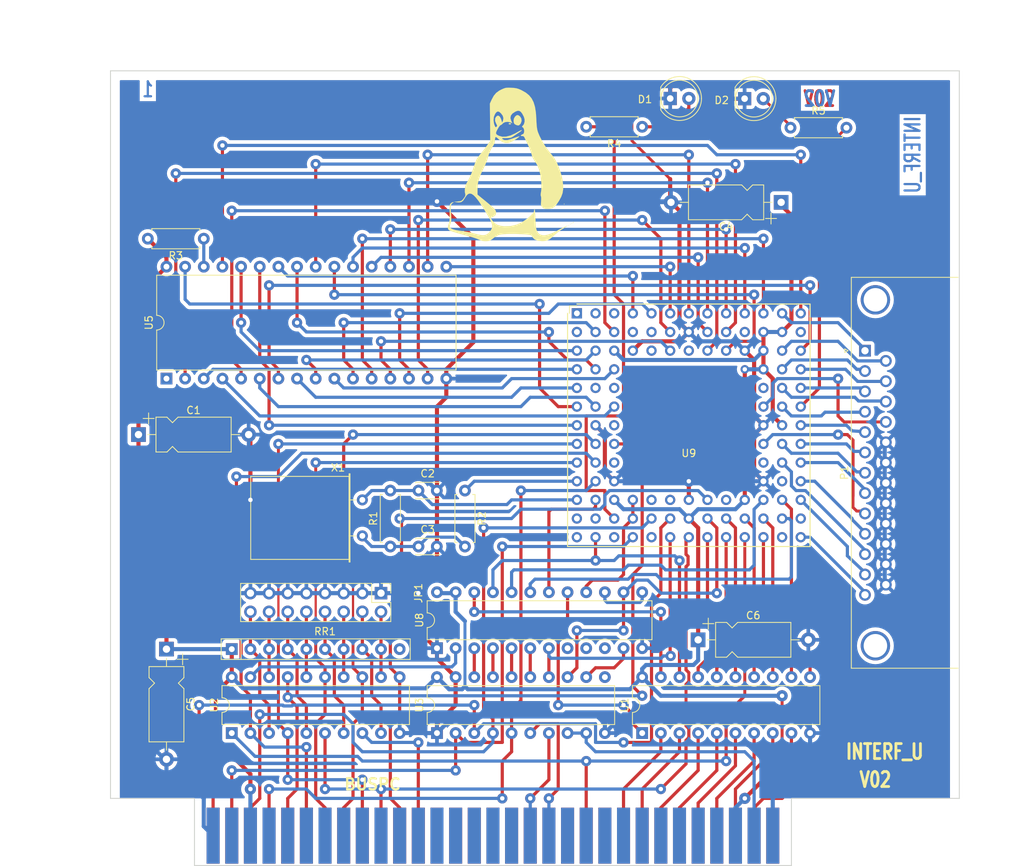
<source format=kicad_pcb>
(kicad_pcb (version 20240225) (generator "pcbnew") (generator_version "8.99")
  (title_block (title "Demo") (rev "2.C") (company "Kicad"))
  (layers (0 "F.Cu" signal "top_copper") (31 "B.Cu" signal "bottom_copper") (34 "B.Paste" user) (35 "F.Paste" user) (36 "B.SilkS" user "B.Silkscreen") (37 "F.SilkS" user "F.Silkscreen") (38 "B.Mask" user) (39 "F.Mask" user) (44 "Edge.Cuts" user))
  (net 0 "")
  (net 1 "/8MH-OUT")
  (net 2 "/ACK")
  (net 3 "/AUTOFD-")
  (net 4 "/BIT0")
  (net 5 "/BIT1")
  (net 6 "/BIT2")
  (net 7 "/BIT3")
  (net 8 "/BIT4")
  (net 9 "/BIT5")
  (net 10 "/BIT6")
  (net 11 "/BIT7")
  (net 12 "/BUST+")
  (net 13 "/CLKLCA")
  (net 14 "/CS1-")
  (net 15 "/D0")
  (net 16 "/D1")
  (net 17 "/D2")
  (net 18 "/D3")
  (net 19 "/D4")
  (net 20 "/D5")
  (net 21 "/D6")
  (net 22 "/D7")
  (net 23 "/DIR")
  (net 24 "/DONE")
  (net 25 "/ENBBUF")
  (net 26 "/ERROR-")
  (net 27 "/INIT-")
  (net 28 "/LED1")
  (net 29 "/LED2")
  (net 30 "/MA0")
  (net 31 "/MA1")
  (net 32 "/MA10")
  (net 33 "/MA11")
  (net 34 "/MA12")
  (net 35 "/MA13")
  (net 36 "/MA14")
  (net 37 "/MA15")
  (net 38 "/MA16")
  (net 39 "/MA2")
  (net 40 "/MA3")
  (net 41 "/MA4")
  (net 42 "/MA5")
  (net 43 "/MA6")
  (net 44 "/MA7")
  (net 45 "/MA8")
  (net 46 "/MA9")
  (net 47 "/MATCHL")
  (net 48 "/MD0")
  (net 49 "/MD1")
  (net 50 "/MD2")
  (net 51 "/MD3")
  (net 52 "/MD4")
  (net 53 "/MD5")
  (net 54 "/MD6")
  (net 55 "/MD7")
  (net 56 "/OE-")
  (net 57 "/PC-A0")
  (net 58 "/PC-A1")
  (net 59 "/PC-A10")
  (net 60 "/PC-A11")
  (net 61 "/PC-A2")
  (net 62 "/PC-A3")
  (net 63 "/PC-A4")
  (net 64 "/PC-A5")
  (net 65 "/PC-A6")
  (net 66 "/PC-A7")
  (net 67 "/PC-A8")
  (net 68 "/PC-A9")
  (net 69 "/PC-AEN")
  (net 70 "/PC-DB0")
  (net 71 "/PC-DB1")
  (net 72 "/PC-DB2")
  (net 73 "/PC-DB3")
  (net 74 "/PC-DB4")
  (net 75 "/PC-DB5")
  (net 76 "/PC-DB6")
  (net 77 "/PC-DB7")
  (net 78 "/PC-IOR")
  (net 79 "/PC-IOW")
  (net 80 "/PC-RD")
  (net 81 "/PC-RST")
  (net 82 "/PC-WR")
  (net 83 "/PE+")
  (net 84 "/PROG-")
  (net 85 "/REF10")
  (net 86 "/REF11")
  (net 87 "/REF4")
  (net 88 "/REF5")
  (net 89 "/REF6")
  (net 90 "/REF7")
  (net 91 "/REF8")
  (net 92 "/REF9")
  (net 93 "/RSTL")
  (net 94 "/SEL_LPT")
  (net 95 "/SLCT+")
  (net 96 "/SLCTIN-")
  (net 97 "/STROBE")
  (net 98 "/WR-")
  (net 99 "/WR_REG")
  (net 100 "GND")
  (net 101 "VCC")
  (net 103 "Net-(C3-Pad1)")
  (net 137 "Net-(U9-P{slash}A3)")
  (net 138 "Net-(D1-A)")
  (net 139 "Net-(D2-A)")
  (net 140 "Net-(U5-CS2)")
  (net 143 "Net-(U3-Y3)")
  (net 144 "Net-(U3-Y2)")
  (net 145 "Net-(U3-Y1)")
  (net 146 "Net-(U3-Y0)")
  (footprint "Resistor_THT:R_Axial_DIN0207_L6.3mm_D2.5mm_P7.62mm_Horizontal" (layer "F.Cu") (at 171.958 42.037)
    (property "Reference" "R5")
    (property "Value" "330")
  )
  (footprint "Capacitor_THT:CP_Axial_L10.0mm_D4.5mm_P15.00mm_Horizontal" (layer "F.Cu") (at 159.385 111.76)
    (property "Reference" "C6")
    (property "Value" "47uF")
  )
  (footprint "Capacitor_THT:CP_Axial_L10.0mm_D4.5mm_P15.00mm_Horizontal" (layer "F.Cu") (at 86.995 113.03 -90)
    (property "Reference" "C5")
    (property "Value" "47uF")
  )
  (footprint "Capacitor_THT:CP_Axial_L10.0mm_D4.5mm_P15.00mm_Horizontal" (layer "F.Cu") (at 170.688 52.197 180)
    (property "Reference" "C4")
    (property "Value" "47uF")
  )
  (footprint "Capacitor_THT:CP_Axial_L10.0mm_D4.5mm_P15.00mm_Horizontal" (layer "F.Cu") (at 83.185 83.82)
    (property "Reference" "C1")
    (property "Value" "47uF")
  )
  (footprint "Capacitor_THT:C_Disc_D3.0mm_W2.0mm_P2.50mm" (layer "F.Cu") (at 121.305 91.44)
    (property "Reference" "C2")
    (property "Value" "47pF")
  )
  (footprint "Capacitor_THT:C_Disc_D3.0mm_W2.0mm_P2.50mm" (layer "F.Cu") (at 121.305 99.06)
    (property "Reference" "C3")
    (property "Value" "47pF")
  )
  (footprint "Connector_PinHeader_2.54mm:PinHeader_2x08_P2.54mm_Vertical" (layer "F.Cu") (at 116.205 105.41 -90)
    (property "Reference" "JP1")
    (property "Value" "CONN_8X2" (hide yes))
  )
  (footprint "Package_DIP:DIP-20_W7.62mm" (layer "F.Cu") (at 151.765 124.46 90)
    (property "Reference" "U1")
    (property "Value" "74LS245")
  )
  (footprint "Package_DIP:DIP-20_W7.62mm" (layer "F.Cu") (at 95.885 124.46 90)
    (property "Reference" "U2")
    (property "Value" "74LS688")
  )
  (footprint "Package_DIP:DIP-20_W7.62mm" (layer "F.Cu") (at 123.825 124.46 90)
    (property "Reference" "U3")
    (property "Value" "74LS541")
  )
  (footprint "Package_DIP:DIP-32_W15.24mm" (layer "F.Cu") (at 86.995 76.2 90)
    (property "Reference" "U5")
    (property "Value" "628128")
  )
  (footprint "Package_DIP:DIP-24_W7.62mm" (layer "F.Cu") (at 123.825 112.903 90)
    (property "Reference" "U8")
    (property "Value" "EP600")
  )
  (footprint "Crystal:Crystal_HC18-U_Horizontal" (layer "F.Cu") (at 113.665 92.71 -90)
    (property "Reference" "X1")
    (property "Value" "8MHz")
  )
  (footprint "Resistor_THT:R_Axial_DIN0207_L6.3mm_D2.5mm_P7.62mm_Horizontal" (layer "F.Cu") (at 151.765 41.91 180)
    (property "Reference" "R4")
    (property "Value" "330")
  )
  (footprint "LED_THT:LED_D5.0mm" (layer "F.Cu") (at 155.58 38.06)
    (property "Reference" "D1")
    (property "Value" "LED")
  )
  (footprint "LED_THT:LED_D5.0mm" (layer "F.Cu") (at 165.71 38.08)
    (property "Reference" "D2")
    (property "Value" "LED")
  )
  (footprint "Connector_Dsub:DSUB-25_Female_Horizontal_P2.77x2.84mm_EdgePinOffset9.90mm_Housed_MountingHolesOffset11.32mm" (layer "F.Cu") (at 182.1 72.4 90)
    (property "Reference" "P1")
    (property "Value" "DB25FEMELLE")
  )
  (footprint "Resistor_THT:R_Array_SIP10" (layer "F.Cu") (at 95.885 113.03)
    (property "Reference" "RR1")
    (property "Value" "9x1K")
  )
  (footprint "interf_u:PGA120" (layer "F.Cu") (at 158.115 82.55 180)
    (property "Reference" "U9")
    (property "Value" "4003APG120")
  )
  (footprint "interf_u:BUS_PC" (layer "F.Cu") (at 131.445 138.43)
    (property "Reference" "BUS1" (hide yes))
    (property "Value" "BUSPC")
  )
  (footprint "Resistor_THT:R_Axial_DIN0207_L6.3mm_D2.5mm_P7.62mm_Horizontal" (layer "F.Cu") (at 92.075 57.15 180)
    (property "Reference" "R3")
    (property "Value" "10K")
  )
  (footprint "Resistor_THT:R_Axial_DIN0207_L6.3mm_D2.5mm_P7.62mm_Horizontal" (layer "F.Cu") (at 127.635 91.44 -90)
    (property "Reference" "R2")
    (property "Value" "1K")
  )
  (footprint "Resistor_THT:R_Axial_DIN0207_L6.3mm_D2.5mm_P7.62mm_Horizontal" (layer "F.Cu") (at 117.475 99.06 90)
    (property "Reference" "R1")
    (property "Value" "100K")
  )
  (footprint "interf_u:tux" (layer "F.Cu") (at 134 47)
    (property "Reference" "G1" (hide yes))
    (property "Value" "LOGO" (hide yes))
  )
  (gr_line (start 172.085 133.35) (end 194.945 133.35) (stroke (width 0.127)) (layer "Edge.Cuts"))
  (gr_line (start 90.805 140.97) (end 90.805 142.494) (stroke (width 0.127)) (layer "Edge.Cuts"))
  (gr_line (start 79.375 133.35) (end 79.375 34.29) (stroke (width 0.127)) (layer "Edge.Cuts"))
  (gr_line (start 79.375 34.29) (end 194.945 34.29) (stroke (width 0.127)) (layer "Edge.Cuts"))
  (gr_line (start 194.945 133.35) (end 194.945 34.29) (stroke (width 0.127)) (layer "Edge.Cuts"))
  (gr_line (start 90.805 142.494) (end 172.085 142.494) (stroke (width 0.127)) (layer "Edge.Cuts"))
  (gr_line (start 90.805 133.35) (end 90.805 140.97) (stroke (width 0.127)) (layer "Edge.Cuts"))
  (gr_line (start 172.085 142.494) (end 172.085 133.35) (stroke (width 0.127)) (layer "Edge.Cuts"))
  (gr_line (start 90.805 133.35) (end 79.375 133.35) (stroke (width 0.127)) (layer "Edge.Cuts"))
  (gr_text "2" (at 81.915 39.37 0) (layer "F.Cu") (effects (font (size 2.032 1.524) (thickness 0.3048))))
  (gr_text "V02" (at 175.895 38.1 0) (layer "F.Cu") (effects (font (size 2.032 1.524) (thickness 0.381))))
  (gr_text "INTERF_U" (at 183.515 45.72 90) (layer "F.Cu") (effects (font (size 2.032 1.524) (thickness 0.3048))))
  (gr_text "V02" (at 175.895 38.1 0) (layer "B.Cu") (effects (font (size 2.032 1.524) (thickness 0.381)) (justify mirror)))
  (gr_text "1" (at 84.455 36.83 0) (layer "B.Cu") (effects (font (size 2.032 1.524) (thickness 0.3048)) (justify mirror)))
  (gr_text "INTERF_U" (at 188.595 45.72 90) (layer "B.Cu") (effects (font (size 2.032 1.524) (thickness 0.3048)) (justify mirror)))
  (gr_text "INTERF_U" (at 184.785 127 0) (layer "F.SilkS") (effects (font (size 2.032 1.524) (thickness 0.381))))
  (gr_text "V02" (at 183.515 130.81 0) (layer "F.SilkS") (effects (font (size 2.032 1.524) (thickness 0.381))))
  (segment (start 128.905 90.17) (end 142.875 90.17) (width 0.4318) (layer "B.Cu") (net 1))
  (segment (start 127.635 91.44) (end 128.905 90.17) (width 0.4318) (layer "B.Cu") (net 1))
  (segment (start 182.245 97.282) (end 180.34 95.377) (width 0.4318) (layer "B.Cu") (net 2))
  (segment (start 180.34 95.25) (end 180.34 95.377) (width 0.4318) (layer "B.Cu") (net 2))
  (segment (start 173.355 90.17) (end 175.26 90.17) (width 0.4318) (layer "B.Cu") (net 2))
  (segment (start 180.34 95.25) (end 175.26 90.17) (width 0.4318) (layer "B.Cu") (net 2))
  (segment (start 181.102 73.787) (end 184.785 73.787) (width 0.4318) (layer "B.Cu") (net 3))
  (segment (start 172.085 71.12) (end 178.435 71.12) (width 0.4318) (layer "B.Cu") (net 3))
  (segment (start 178.435 71.12) (end 181.102 73.787) (width 0.4318) (layer "B.Cu") (net 3))
  (segment (start 170.815 72.39) (end 172.085 71.12) (width 0.4318) (layer "B.Cu") (net 3))
  (segment (start 182.245 74.93) (end 182.245 75.184) (width 0.4318) (layer "B.Cu") (net 4))
  (segment (start 170.815 74.93) (end 172.085 73.66) (width 0.4318) (layer "B.Cu") (net 4))
  (segment (start 180.975 74.93) (end 182.245 74.93) (width 0.4318) (layer "B.Cu") (net 4))
  (segment (start 172.085 73.66) (end 179.705 73.66) (width 0.4318) (layer "B.Cu") (net 4))
  (segment (start 179.705 73.66) (end 180.975 74.93) (width 0.4318) (layer "B.Cu") (net 4))
  (segment (start 182.245 77.47) (end 182.245 77.851) (width 0.4318) (layer "B.Cu") (net 5))
  (segment (start 173.355 77.47) (end 182.245 77.47) (width 0.4318) (layer "B.Cu") (net 5))
  (segment (start 176.657 80.772) (end 182.245 80.772) (width 0.4318) (layer "B.Cu") (net 6))
  (segment (start 176.149 81.28) (end 176.657 80.772) (width 0.4318) (layer "B.Cu") (net 6))
  (segment (start 172.085 81.28) (end 176.149 81.28) (width 0.4318) (layer "B.Cu") (net 6))
  (segment (start 170.815 80.01) (end 172.085 81.28) (width 0.4318) (layer "B.Cu") (net 6))
  (segment (start 173.355 82.55) (end 179.578 82.55) (width 0.4318) (layer "B.Cu") (net 7))
  (segment (start 179.578 82.55) (end 180.34 83.312) (width 0.4318) (layer "B.Cu") (net 7))
  (segment (start 180.34 83.312) (end 182.245 83.439) (width 0.4318) (layer "B.Cu") (net 7))
  (segment (start 182.245 86.106) (end 182.245 86.233) (width 0.4318) (layer "B.Cu") (net 8))
  (segment (start 173.355 85.09) (end 179.578 85.09) (width 0.4318) (layer "B.Cu") (net 8))
  (segment (start 179.578 85.09) (end 180.594 86.106) (width 0.4318) (layer "B.Cu") (net 8))
  (segment (start 180.594 86.106) (end 182.245 86.106) (width 0.4318) (layer "B.Cu") (net 8))
  (segment (start 178.435 86.36) (end 180.975 88.9) (width 0.4318) (layer "B.Cu") (net 9))
  (segment (start 172.085 86.36) (end 178.435 86.36) (width 0.4318) (layer "B.Cu") (net 9))
  (segment (start 180.975 88.9) (end 182.245 88.9) (width 0.4318) (layer "B.Cu") (net 9))
  (segment (start 170.815 85.09) (end 172.085 86.36) (width 0.4318) (layer "B.Cu") (net 9))
  (segment (start 178.435 87.63) (end 182.245 91.44) (width 0.4318) (layer "B.Cu") (net 10))
  (segment (start 173.355 87.63) (end 178.435 87.63) (width 0.4318) (layer "B.Cu") (net 10))
  (segment (start 182.245 91.44) (end 182.245 91.694) (width 0.4318) (layer "B.Cu") (net 10))
  (segment (start 180.975 94.234) (end 181.774 94.234) (width 0.4) (layer "F.Cu") (net 11))
  (segment (start 179.705 83.82) (end 180.467 84.582) (width 0.4318) (layer "F.Cu") (net 11))
  (segment (start 180.467 84.582) (end 180.467 92.202) (width 0.4318) (layer "F.Cu") (net 11))
  (segment (start 181.774 94.234) (end 182.1 94.56) (width 0.4) (layer "F.Cu") (net 11))
  (segment (start 180.467 93.726) (end 180.975 94.234) (width 0.4) (layer "F.Cu") (net 11))
  (segment (start 180.467 92.202) (end 180.467 93.726) (width 0.4) (layer "F.Cu") (net 11))
  (segment (start 178.435 83.82) (end 179.705 83.82) (width 0.4318) (layer "F.Cu") (net 11))
  (via (at 178.435 83.82) (size 1.397) (drill 0.6) (layers "F.Cu" "B.Cu") (net 11))
  (segment (start 168.275 85.09) (end 169.545 83.82) (width 0.4318) (layer "B.Cu") (net 11))
  (segment (start 169.545 83.82) (end 178.435 83.82) (width 0.4318) (layer "B.Cu") (net 11))
  (segment (start 172.085 90.805) (end 172.72 91.44) (width 0.4318) (layer "B.Cu") (net 12))
  (segment (start 170.815 87.63) (end 172.085 88.9) (width 0.4318) (layer "B.Cu") (net 12))
  (segment (start 172.72 91.44) (end 173.99 91.44) (width 0.4318) (layer "B.Cu") (net 12))
  (segment (start 173.99 91.44) (end 182.245 99.695) (width 0.4318) (layer "B.Cu") (net 12))
  (segment (start 172.085 88.9) (end 172.085 90.805) (width 0.4318) (layer "B.Cu") (net 12))
  (segment (start 182.245 99.695) (end 182.245 99.949) (width 0.4318) (layer "B.Cu") (net 12))
  (segment (start 144.9705 103.632) (end 144.145 104.4575) (width 0.4318) (layer "F.Cu") (net 13))
  (segment (start 144.145 104.4575) (end 144.145 105.41) (width 0.4318) (layer "F.Cu") (net 13))
  (segment (start 150.495 92.71) (end 150.495 95.25) (width 0.4318) (layer "F.Cu") (net 13))
  (segment (start 150.495 95.25) (end 149.225 96.52) (width 0.4318) (layer "F.Cu") (net 13))
  (segment (start 149.225 96.52) (end 149.225 102.87) (width 0.4318) (layer "F.Cu") (net 13))
  (segment (start 149.225 102.87) (end 148.463 103.632) (width 0.4318) (layer "F.Cu") (net 13))
  (segment (start 148.463 103.632) (end 144.9705 103.632) (width 0.4318) (layer "F.Cu") (net 13))
  (segment (start 165.735 67.31) (end 165.735 58.42) (width 0.4318) (layer "F.Cu") (net 14))
  (via (at 165.735 58.42) (size 1.397) (drill 0.6) (layers "F.Cu" "B.Cu") (net 14))
  (segment (start 113.665 58.42) (end 112.395 59.69) (width 0.4318) (layer "B.Cu") (net 14))
  (segment (start 112.395 59.69) (end 112.395 60.96) (width 0.4318) (layer "B.Cu") (net 14))
  (segment (start 165.735 58.42) (end 113.665 58.42) (width 0.4318) (layer "B.Cu") (net 14))
  (segment (start 145.415 100.965) (end 145.415 97.79) (width 0.4318) (layer "F.Cu") (net 15))
  (segment (start 156.845 100.965) (end 156.845 116.84) (width 0.4318) (layer "F.Cu") (net 15))
  (via (at 156.845 100.965) (size 1.397) (drill 0.6) (layers "F.Cu" "B.Cu") (net 15))
  (via (at 145.415 100.965) (size 1.397) (drill 0.6) (layers "F.Cu" "B.Cu") (net 15))
  (segment (start 148.59 100.33) (end 156.21 100.33) (width 0.4318) (layer "B.Cu") (net 15))
  (segment (start 131.445 105.41) (end 131.445 102.235) (width 0.4318) (layer "B.Cu") (net 15))
  (segment (start 145.415 100.965) (end 147.955 100.965) (width 0.4318) (layer "B.Cu") (net 15))
  (segment (start 132.715 100.965) (end 145.415 100.965) (width 0.4318) (layer "B.Cu") (net 15))
  (segment (start 156.21 100.33) (end 156.845 100.965) (width 0.4318) (layer "B.Cu") (net 15))
  (segment (start 147.955 100.965) (end 148.59 100.33) (width 0.4318) (layer "B.Cu") (net 15))
  (segment (start 131.445 102.235) (end 132.715 100.965) (width 0.4318) (layer "B.Cu") (net 15))
  (segment (start 159.385 116.84) (end 159.385 115.57) (width 0.4318) (layer "F.Cu") (net 16))
  (segment (start 161.29 107.315) (end 160.655 106.68) (width 0.4318) (layer "F.Cu") (net 16))
  (segment (start 161.29 113.665) (end 161.29 107.315) (width 0.4318) (layer "F.Cu") (net 16))
  (segment (start 160.655 106.68) (end 160.655 97.79) (width 0.4318) (layer "F.Cu") (net 16))
  (segment (start 159.385 115.57) (end 161.29 113.665) (width 0.4318) (layer "F.Cu") (net 16))
  (segment (start 163.195 97.79) (end 163.195 114.3) (width 0.4318) (layer "F.Cu") (net 17))
  (segment (start 161.925 115.57) (end 161.925 116.84) (width 0.4318) (layer "F.Cu") (net 17))
  (segment (start 163.195 114.3) (end 161.925 115.57) (width 0.4318) (layer "F.Cu") (net 17))
  (segment (start 164.465 96.52) (end 164.465 116.84) (width 0.4318) (layer "F.Cu") (net 18))
  (segment (start 163.195 95.25) (end 164.465 96.52) (width 0.4318) (layer "F.Cu") (net 18))
  (segment (start 165.735 95.25) (end 167.005 96.52) (width 0.4318) (layer "F.Cu") (net 19))
  (segment (start 167.005 96.52) (end 167.005 116.84) (width 0.4318) (layer "F.Cu") (net 19))
  (segment (start 169.545 113.665) (end 169.545 116.84) (width 0.4318) (layer "F.Cu") (net 20))
  (segment (start 168.275 97.79) (end 168.275 112.395) (width 0.4318) (layer "F.Cu") (net 20))
  (segment (start 168.275 112.395) (end 169.545 113.665) (width 0.4318) (layer "F.Cu") (net 20))
  (segment (start 168.275 95.25) (end 169.545 96.52) (width 0.4318) (layer "F.Cu") (net 21))
  (segment (start 169.545 96.52) (end 169.545 111.76) (width 0.4318) (layer "F.Cu") (net 21))
  (segment (start 172.085 114.3) (end 172.085 116.84) (width 0.4318) (layer "F.Cu") (net 21))
  (segment (start 169.545 111.76) (end 172.085 114.3) (width 0.4318) (layer "F.Cu") (net 21))
  (segment (start 170.815 92.71) (end 172.085 93.98) (width 0.4318) (layer "F.Cu") (net 22))
  (segment (start 172.085 93.98) (end 172.085 112.395) (width 0.4318) (layer "F.Cu") (net 22))
  (segment (start 172.085 112.395) (end 174.625 114.935) (width 0.4318) (layer "F.Cu") (net 22))
  (segment (start 174.625 114.935) (end 174.625 116.84) (width 0.4318) (layer "F.Cu") (net 22))
  (segment (start 150.495 123.19) (end 151.765 124.46) (width 0.4318) (layer "F.Cu") (net 23))
  (segment (start 141.605 109.22) (end 140.335 110.49) (width 0.4318) (layer "F.Cu") (net 23))
  (segment (start 140.335 110.49) (end 140.335 120.65) (width 0.4318) (layer "F.Cu") (net 23))
  (segment (start 149.225 120.65) (end 150.495 121.92) (width 0.4318) (layer "F.Cu") (net 23))
  (segment (start 150.495 121.92) (end 150.495 123.19) (width 0.4318) (layer "F.Cu") (net 23))
  (segment (start 141.605 105.41) (end 141.605 109.22) (width 0.4318) (layer "F.Cu") (net 23))
  (via (at 140.335 120.65) (size 1.397) (drill 0.6) (layers "F.Cu" "B.Cu") (net 23))
  (via (at 149.225 120.65) (size 1.397) (drill 0.6) (layers "F.Cu" "B.Cu") (net 23))
  (segment (start 140.335 120.65) (end 149.225 120.65) (width 0.4318) (layer "B.Cu") (net 23))
  (segment (start 134.3025 102.235) (end 149.225 102.235) (width 0.4318) (layer "B.Cu") (net 24))
  (segment (start 154.305 101.6) (end 154.94 102.235) (width 0.4318) (layer "B.Cu") (net 24))
  (segment (start 166.37 102.235) (end 167.005 101.6) (width 0.4318) (layer "B.Cu") (net 24))
  (segment (start 154.94 102.235) (end 166.37 102.235) (width 0.4318) (layer "B.Cu") (net 24))
  (segment (start 133.985 105.41) (end 133.985 102.5525) (width 0.4318) (layer "B.Cu") (net 24))
  (segment (start 149.225 102.235) (end 149.86 101.6) (width 0.4318) (layer "B.Cu") (net 24))
  (segment (start 149.86 101.6) (end 154.305 101.6) (width 0.4318) (layer "B.Cu") (net 24))
  (segment (start 167.005 101.6) (end 167.005 93.98) (width 0.4318) (layer "B.Cu") (net 24))
  (segment (start 133.985 102.5525) (end 134.3025 102.235) (width 0.4318) (layer "B.Cu") (net 24))
  (segment (start 167.005 93.98) (end 168.275 92.71) (width 0.4318) (layer "B.Cu") (net 24))
  (segment (start 128.905 105.41) (end 128.905 107.95) (width 0.4318) (layer "F.Cu") (net 25))
  (segment (start 154.305 107.95) (end 154.305 116.84) (width 0.4318) (layer "F.Cu") (net 25))
  (via (at 128.905 107.95) (size 1.397) (drill 0.6) (layers "F.Cu" "B.Cu") (net 25))
  (via (at 154.305 107.95) (size 1.397) (drill 0.6) (layers "F.Cu" "B.Cu") (net 25))
  (segment (start 128.905 107.95) (end 154.305 107.95) (width 0.4318) (layer "B.Cu") (net 25))
  (segment (start 179.451 74.93) (end 181.102 76.581) (width 0.4318) (layer "B.Cu") (net 26))
  (segment (start 181.102 76.581) (end 184.785 76.581) (width 0.4318) (layer "B.Cu") (net 26))
  (segment (start 173.355 74.93) (end 179.451 74.93) (width 0.4318) (layer "B.Cu") (net 26))
  (segment (start 184.785 79.248) (end 184.785 79.2988) (width 0.4318) (layer "B.Cu") (net 27))
  (segment (start 181.229 79.248) (end 184.785 79.248) (width 0.4318) (layer "B.Cu") (net 27))
  (segment (start 180.721 78.74) (end 181.229 79.248) (width 0.4318) (layer "B.Cu") (net 27))
  (segment (start 172.085 78.74) (end 180.721 78.74) (width 0.4318) (layer "B.Cu") (net 27))
  (segment (start 170.815 77.47) (end 172.085 78.74) (width 0.4318) (layer "B.Cu") (net 27))
  (segment (start 146.685 91.44) (end 144.145 91.44) (width 0.4318) (layer "F.Cu") (net 28))
  (segment (start 147.955 64.77) (end 147.955 43.561) (width 0.4318) (layer "F.Cu") (net 28))
  (segment (start 149.225 81.28) (end 149.225 66.04) (width 0.4318) (layer "F.Cu") (net 28))
  (segment (start 146.304 41.91) (end 144.145 41.91) (width 0.4318) (layer "F.Cu") (net 28))
  (segment (start 149.225 66.04) (end 147.955 64.77) (width 0.4318) (layer "F.Cu") (net 28))
  (segment (start 144.145 91.44) (end 144.145 81.28) (width 0.4318) (layer "F.Cu") (net 28))
  (segment (start 147.955 43.561) (end 146.304 41.91) (width 0.4318) (layer "F.Cu") (net 28))
  (segment (start 146.685 93.98) (end 146.685 91.44) (width 0.4318) (layer "F.Cu") (net 28))
  (segment (start 147.955 95.25) (end 146.685 93.98) (width 0.4318) (layer "F.Cu") (net 28))
  (segment (start 144.145 81.28) (end 149.225 81.28) (width 0.4318) (layer "F.Cu") (net 28))
  (segment (start 175.895 45.72) (end 175.895 46.736) (width 0.381) (layer "F.Cu") (net 29))
  (segment (start 179.578 42.037) (end 175.895 45.72) (width 0.381) (layer "F.Cu") (net 29))
  (segment (start 175.895 77.47) (end 175.895 46.736) (width 0.4318) (layer "F.Cu") (net 29))
  (segment (start 173.355 80.01) (end 175.895 77.47) (width 0.4318) (layer "F.Cu") (net 29))
  (segment (start 113.665 57.15) (end 113.665 73.66) (width 0.4318) (layer "F.Cu") (net 30))
  (segment (start 114.935 74.93) (end 113.665 73.66) (width 0.4318) (layer "F.Cu") (net 30))
  (segment (start 114.935 76.2) (end 114.935 74.93) (width 0.4318) (layer "F.Cu") (net 30))
  (segment (start 168.275 67.31) (end 168.275 57.15) (width 0.4318) (layer "F.Cu") (net 30))
  (via (at 113.665 57.15) (size 1.397) (drill 0.6) (layers "F.Cu" "B.Cu") (net 30))
  (via (at 168.275 57.15) (size 1.397) (drill 0.6) (layers "F.Cu" "B.Cu") (net 30))
  (segment (start 168.275 57.15) (end 113.665 57.15) (width 0.4318) (layer "B.Cu") (net 30))
  (segment (start 111.125 73.66) (end 111.125 68.58) (width 0.4318) (layer "F.Cu") (net 31))
  (segment (start 112.395 76.2) (end 112.395 74.93) (width 0.4318) (layer "F.Cu") (net 31))
  (segment (start 112.395 74.93) (end 111.125 73.66) (width 0.4318) (layer "F.Cu") (net 31))
  (via (at 111.125 68.58) (size 1.397) (drill 0.6) (layers "F.Cu" "B.Cu") (net 31))
  (segment (start 144.145 68.58) (end 111.125 68.58) (width 0.4318) (layer "B.Cu") (net 31))
  (segment (start 145.415 69.85) (end 144.145 68.58) (width 0.4318) (layer "B.Cu") (net 31))
  (segment (start 163.195 72.39) (end 164.465 71.12) (width 0.4318) (layer "F.Cu") (net 32))
  (segment (start 164.465 71.12) (end 167.005 71.12) (width 0.4318) (layer "F.Cu") (net 32))
  (segment (start 109.855 64.77) (end 109.855 60.96) (width 0.4318) (layer "F.Cu") (net 32))
  (segment (start 167.005 71.12) (end 167.005 64.77) (width 0.4318) (layer "F.Cu") (net 32))
  (via (at 109.855 64.77) (size 1.397) (drill 0.6) (layers "F.Cu" "B.Cu") (net 32))
  (via (at 167.005 64.77) (size 1.397) (drill 0.6) (layers "F.Cu" "B.Cu") (net 32))
  (segment (start 167.005 64.77) (end 109.855 64.77) (width 0.4318) (layer "B.Cu") (net 32))
  (segment (start 145.415 74.93) (end 144.145 73.66) (width 0.4318) (layer "F.Cu") (net 33))
  (segment (start 139.065 71.12) (end 139.065 69.85) (width 0.4318) (layer "F.Cu") (net 33))
  (segment (start 104.775 68.58) (end 104.775 60.96) (width 0.4318) (layer "F.Cu") (net 33))
  (segment (start 141.605 73.66) (end 139.065 71.12) (width 0.4318) (layer "F.Cu") (net 33))
  (segment (start 144.145 73.66) (end 141.605 73.66) (width 0.4318) (layer "F.Cu") (net 33))
  (via (at 104.775 68.58) (size 1.397) (drill 0.6) (layers "F.Cu" "B.Cu") (net 33))
  (via (at 139.065 69.85) (size 1.397) (drill 0.6) (layers "F.Cu" "B.Cu") (net 33))
  (segment (start 106.045 69.85) (end 104.775 68.58) (width 0.4318) (layer "B.Cu") (net 33))
  (segment (start 139.065 69.85) (end 106.045 69.85) (width 0.4318) (layer "B.Cu") (net 33))
  (segment (start 99.695 81.28) (end 94.615 76.2) (width 0.4318) (layer "B.Cu") (net 34))
  (segment (start 146.685 81.28) (end 99.695 81.28) (width 0.4318) (layer "B.Cu") (net 34))
  (segment (start 147.955 80.01) (end 146.685 81.28) (width 0.4318) (layer "B.Cu") (net 34))
  (segment (start 97.155 68.58) (end 97.155 60.96) (width 0.4318) (layer "F.Cu") (net 35))
  (via (at 97.155 68.58) (size 1.397) (drill 0.6) (layers "F.Cu" "B.Cu") (net 35))
  (segment (start 97.155 69.85) (end 97.155 68.58) (width 0.4318) (layer "B.Cu") (net 35))
  (segment (start 99.695 72.39) (end 97.155 69.85) (width 0.4318) (layer "B.Cu") (net 35))
  (segment (start 142.875 72.39) (end 99.695 72.39) (width 0.4318) (layer "B.Cu") (net 35))
  (segment (start 142.875 74.93) (end 93.345 74.93) (width 0.4318) (layer "B.Cu") (net 36))
  (segment (start 93.345 74.93) (end 92.075 76.2) (width 0.4318) (layer "B.Cu") (net 36))
  (segment (start 140.335 80.01) (end 142.875 80.01) (width 0.4318) (layer "F.Cu") (net 37))
  (segment (start 137.795 66.04) (end 137.795 77.47) (width 0.4318) (layer "F.Cu") (net 37))
  (segment (start 137.795 77.47) (end 140.335 80.01) (width 0.4318) (layer "F.Cu") (net 37))
  (via (at 137.795 66.04) (size 1.397) (drill 0.6) (layers "F.Cu" "B.Cu") (net 37))
  (segment (start 89.535 60.96) (end 89.535 65.405) (width 0.4318) (layer "B.Cu") (net 37))
  (segment (start 137.795 66.04) (end 90.17 66.04) (width 0.4318) (layer "B.Cu") (net 37))
  (segment (start 90.17 66.04) (end 89.535 65.405) (width 0.4318) (layer "B.Cu") (net 37))
  (segment (start 88.265 73.66) (end 89.535 74.93) (width 0.4318) (layer "F.Cu") (net 38))
  (segment (start 161.925 71.12) (end 160.655 72.39) (width 0.4318) (layer "F.Cu") (net 38))
  (segment (start 161.925 48.26) (end 161.925 71.12) (width 0.4318) (layer "F.Cu") (net 38))
  (segment (start 89.535 74.93) (end 89.535 76.2) (width 0.4318) (layer "F.Cu") (net 38))
  (segment (start 88.265 48.26) (end 88.265 73.66) (width 0.4318) (layer "F.Cu") (net 38))
  (via (at 161.925 48.26) (size 1.397) (drill 0.6) (layers "F.Cu" "B.Cu") (net 38))
  (via (at 88.265 48.26) (size 1.397) (drill 0.6) (layers "F.Cu" "B.Cu") (net 38))
  (segment (start 161.925 48.26) (end 88.265 48.26) (width 0.4318) (layer "B.Cu") (net 38))
  (segment (start 111.125 77.47) (end 109.855 76.2) (width 0.4318) (layer "B.Cu") (net 39))
  (segment (start 132.715 77.47) (end 111.125 77.47) (width 0.4318) (layer "B.Cu") (net 39))
  (segment (start 146.685 76.2) (end 133.985 76.2) (width 0.4318) (layer "B.Cu") (net 39))
  (segment (start 147.955 74.93) (end 146.685 76.2) (width 0.4318) (layer "B.Cu") (net 39))
  (segment (start 133.985 76.2) (end 132.715 77.47) (width 0.4318) (layer "B.Cu") (net 39))
  (segment (start 107.315 76.2) (end 107.315 74.93) (width 0.4318) (layer "F.Cu") (net 40))
  (segment (start 107.315 74.93) (end 106.045 73.66) (width 0.4318) (layer "F.Cu") (net 40))
  (via (at 106.045 73.66) (size 1.397) (drill 0.6) (layers "F.Cu" "B.Cu") (net 40))
  (segment (start 144.145 73.66) (end 106.045 73.66) (width 0.4318) (layer "B.Cu") (net 40))
  (segment (start 145.415 72.39) (end 144.145 73.66) (width 0.4318) (layer "B.Cu") (net 40))
  (segment (start 142.875 77.47) (end 135.255 77.47) (width 0.4318) (layer "B.Cu") (net 41))
  (segment (start 133.985 78.74) (end 107.315 78.74) (width 0.4318) (layer "B.Cu") (net 41))
  (segment (start 107.315 78.74) (end 104.775 76.2) (width 0.4318) (layer "B.Cu") (net 41))
  (segment (start 135.255 77.47) (end 133.985 78.74) (width 0.4318) (layer "B.Cu") (net 41))
  (segment (start 102.235 76.2) (end 102.235 74.93) (width 0.4318) (layer "F.Cu") (net 42))
  (segment (start 100.965 73.66) (end 100.965 63.5) (width 0.4318) (layer "F.Cu") (net 42))
  (segment (start 174.625 71.12) (end 173.355 72.39) (width 0.4318) (layer "F.Cu") (net 42))
  (segment (start 174.625 63.5) (end 174.625 71.12) (width 0.4318) (layer "F.Cu") (net 42))
  (segment (start 102.235 74.93) (end 100.965 73.66) (width 0.4318) (layer "F.Cu") (net 42))
  (via (at 174.625 63.5) (size 1.397) (drill 0.6) (layers "F.Cu" "B.Cu") (net 42))
  (via (at 100.965 63.5) (size 1.397) (drill 0.6) (layers "F.Cu" "B.Cu") (net 42))
  (segment (start 100.965 63.5) (end 174.625 63.5) (width 0.4318) (layer "B.Cu") (net 42))
  (segment (start 136.525 78.74) (end 135.255 80.01) (width 0.4318) (layer "B.Cu") (net 43))
  (segment (start 99.695 77.47) (end 99.695 76.2) (width 0.4318) (layer "B.Cu") (net 43))
  (segment (start 145.415 80.01) (end 144.145 78.74) (width 0.4318) (layer "B.Cu") (net 43))
  (segment (start 144.145 78.74) (end 136.525 78.74) (width 0.4318) (layer "B.Cu") (net 43))
  (segment (start 135.255 80.01) (end 102.235 80.01) (width 0.4318) (layer "B.Cu") (net 43))
  (segment (start 102.235 80.01) (end 99.695 77.47) (width 0.4318) (layer "B.Cu") (net 43))
  (segment (start 97.155 74.93) (end 95.885 73.66) (width 0.4318) (layer "F.Cu") (net 44))
  (segment (start 95.885 53.34) (end 95.885 73.66) (width 0.4318) (layer "F.Cu") (net 44))
  (segment (start 97.155 76.2) (end 97.155 74.93) (width 0.4318) (layer "F.Cu") (net 44))
  (segment (start 146.685 68.58) (end 146.685 53.34) (width 0.4318) (layer "F.Cu") (net 44))
  (segment (start 147.955 69.85) (end 146.685 68.58) (width 0.4318) (layer "F.Cu") (net 44))
  (via (at 95.885 53.34) (size 1.397) (drill 0.6) (layers "F.Cu" "B.Cu") (net 44))
  (via (at 146.685 53.34) (size 1.397) (drill 0.6) (layers "F.Cu" "B.Cu") (net 44))
  (segment (start 146.685 53.34) (end 95.885 53.34) (width 0.4318) (layer "B.Cu") (net 44))
  (segment (start 100.965 82.55) (end 100.965 74.93) (width 0.4318) (layer "F.Cu") (net 45))
  (segment (start 100.965 74.93) (end 99.695 73.66) (width 0.4318) (layer "F.Cu") (net 45))
  (segment (start 99.695 73.66) (end 99.695 60.96) (width 0.4318) (layer "F.Cu") (net 45))
  (via (at 100.965 82.55) (size 1.397) (drill 0.6) (layers "F.Cu" "B.Cu") (net 45))
  (segment (start 142.875 82.55) (end 100.965 82.55) (width 0.4318) (layer "B.Cu") (net 45))
  (segment (start 150.495 67.31) (end 150.495 62.23) (width 0.4318) (layer "F.Cu") (net 46))
  (via (at 150.495 62.23) (size 1.397) (drill 0.6) (layers "F.Cu" "B.Cu") (net 46))
  (segment (start 103.505 62.23) (end 102.235 60.96) (width 0.4318) (layer "B.Cu") (net 46))
  (segment (start 150.495 62.23) (end 103.505 62.23) (width 0.4318) (layer "B.Cu") (net 46))
  (segment (start 98.425 116.84) (end 99.822 115.443) (width 0.4318) (layer "B.Cu") (net 47))
  (segment (start 126.365 114.935) (end 126.365 113.03) (width 0.4318) (layer "B.Cu") (net 47))
  (segment (start 99.822 115.443) (end 125.857 115.443) (width 0.4318) (layer "B.Cu") (net 47))
  (segment (start 125.857 115.443) (end 126.365 114.935) (width 0.4318) (layer "B.Cu") (net 47))
  (segment (start 116.205 73.66) (end 116.205 71.12) (width 0.4318) (layer "F.Cu") (net 48))
  (segment (start 117.475 76.2) (end 117.475 74.93) (width 0.4318) (layer "F.Cu") (net 48))
  (segment (start 117.475 74.93) (end 116.205 73.66) (width 0.4318) (layer "F.Cu") (net 48))
  (via (at 116.205 71.12) (size 1.397) (drill 0.6) (layers "F.Cu" "B.Cu") (net 48))
  (segment (start 154.305 71.12) (end 116.205 71.12) (width 0.4318) (layer "B.Cu") (net 48))
  (segment (start 155.575 72.39) (end 154.305 71.12) (width 0.4318) (layer "B.Cu") (net 48))
  (segment (start 120.015 74.93) (end 118.745 73.66) (width 0.4318) (layer "F.Cu") (net 49))
  (segment (start 120.015 76.2) (end 120.015 74.93) (width 0.4318) (layer "F.Cu") (net 49))
  (segment (start 118.745 67.31) (end 118.745 73.66) (width 0.4318) (layer "F.Cu") (net 49))
  (via (at 118.745 67.31) (size 1.397) (drill 0.6) (layers "F.Cu" "B.Cu") (net 49))
  (segment (start 139.065 67.31) (end 118.745 67.31) (width 0.4318) (layer "B.Cu") (net 49))
  (segment (start 151.765 66.04) (end 140.335 66.04) (width 0.4318) (layer "B.Cu") (net 49))
  (segment (start 153.035 67.31) (end 151.765 66.04) (width 0.4318) (layer "B.Cu") (net 49))
  (segment (start 140.335 66.04) (end 139.065 67.31) (width 0.4318) (layer "B.Cu") (net 49))
  (segment (start 121.285 73.66) (end 121.285 54.61) (width 0.4318) (layer "F.Cu") (net 50))
  (segment (start 122.555 74.93) (end 121.285 73.66) (width 0.4318) (layer "F.Cu") (net 50))
  (segment (start 122.555 76.2) (end 122.555 74.93) (width 0.4318) (layer "F.Cu") (net 50))
  (segment (start 155.575 69.85) (end 154.305 68.58) (width 0.4318) (layer "F.Cu") (net 50))
  (segment (start 154.305 57.15) (end 151.765 54.61) (width 0.4318) (layer "F.Cu") (net 50))
  (segment (start 154.305 68.58) (end 154.305 57.15) (width 0.4318) (layer "F.Cu") (net 50))
  (via (at 151.765 54.61) (size 1.397) (drill 0.6) (layers "F.Cu" "B.Cu") (net 50))
  (via (at 121.285 54.61) (size 1.397) (drill 0.6) (layers "F.Cu" "B.Cu") (net 50))
  (segment (start 121.285 54.61) (end 151.765 54.61) (width 0.4318) (layer "B.Cu") (net 50))
  (segment (start 155.575 67.31) (end 155.575 60.96) (width 0.4318) (layer "F.Cu") (net 51))
  (via (at 155.575 60.96) (size 1.397) (drill 0.6) (layers "F.Cu" "B.Cu") (net 51))
  (segment (start 155.575 60.96) (end 125.095 60.96) (width 0.4318) (layer "B.Cu") (net 51))
  (segment (start 158.115 67.31) (end 158.115 45.72) (width 0.4318) (layer "F.Cu") (net 52))
  (segment (start 122.555 60.96) (end 122.555 45.72) (width 0.4318) (layer "F.Cu") (net 52))
  (via (at 122.555 45.72) (size 1.397) (drill 0.6) (layers "F.Cu" "B.Cu") (net 52))
  (via (at 158.115 45.72) (size 1.397) (drill 0.6) (layers "F.Cu" "B.Cu") (net 52))
  (segment (start 158.115 45.72) (end 122.555 45.72) (width 0.4318) (layer "B.Cu") (net 52))
  (segment (start 120.015 60.96) (end 120.015 49.53) (width 0.4318) (layer "F.Cu") (net 53))
  (segment (start 160.655 67.31) (end 160.655 49.53) (width 0.4318) (layer "F.Cu") (net 53))
  (via (at 160.655 49.53) (size 1.397) (drill 0.6) (layers "F.Cu" "B.Cu") (net 53))
  (via (at 120.015 49.53) (size 1.397) (drill 0.6) (layers "F.Cu" "B.Cu") (net 53))
  (segment (start 120.015 49.53) (end 160.655 49.53) (width 0.4318) (layer "B.Cu") (net 53))
  (segment (start 163.195 67.31) (end 163.195 55.88) (width 0.4318) (layer "F.Cu") (net 54))
  (segment (start 117.475 60.96) (end 117.475 55.88) (width 0.4318) (layer "F.Cu") (net 54))
  (via (at 117.475 55.88) (size 1.397) (drill 0.6) (layers "F.Cu" "B.Cu") (net 54))
  (via (at 163.195 55.88) (size 1.397) (drill 0.6) (layers "F.Cu" "B.Cu") (net 54))
  (segment (start 117.475 55.88) (end 163.195 55.88) (width 0.4318) (layer "B.Cu") (net 54))
  (segment (start 160.655 69.85) (end 159.385 68.58) (width 0.4318) (layer "F.Cu") (net 55))
  (segment (start 159.385 68.58) (end 159.385 59.69) (width 0.4318) (layer "F.Cu") (net 55))
  (via (at 159.385 59.69) (size 1.397) (drill 0.6) (layers "F.Cu" "B.Cu") (net 55))
  (segment (start 116.205 59.69) (end 114.935 60.96) (width 0.4318) (layer "B.Cu") (net 55))
  (segment (start 159.385 59.69) (end 116.205 59.69) (width 0.4318) (layer "B.Cu") (net 55))
  (segment (start 107.315 46.99) (end 107.315 60.96) (width 0.4318) (layer "F.Cu") (net 56))
  (segment (start 163.195 69.85) (end 164.465 68.58) (width 0.4318) (layer "F.Cu") (net 56))
  (segment (start 164.465 68.58) (end 164.465 46.99) (width 0.4318) (layer "F.Cu") (net 56))
  (via (at 107.315 46.99) (size 1.397) (drill 0.6) (layers "F.Cu" "B.Cu") (net 56))
  (via (at 164.465 46.99) (size 1.397) (drill 0.6) (layers "F.Cu" "B.Cu") (net 56))
  (segment (start 164.465 46.99) (end 107.315 46.99) (width 0.4318) (layer "B.Cu") (net 56))
  (segment (start 153.035 125.73) (end 149.225 125.73) (width 0.4318) (layer "F.Cu") (net 57))
  (segment (start 128.905 124.46) (end 128.905 120.65) (width 0.4318) (layer "F.Cu") (net 57))
  (segment (start 91.44 125.222) (end 91.44 120.65) (width 0.4318) (layer "F.Cu") (net 57))
  (segment (start 93.345 127.127) (end 91.44 125.222) (width 0.4318) (layer "F.Cu") (net 57))
  (segment (start 155.575 95.25) (end 154.305 96.52) (width 0.4318) (layer "F.Cu") (net 57))
  (segment (start 93.345 138.43) (end 93.345 127.127) (width 0.4318) (layer "F.Cu") (net 57))
  (segment (start 154.305 96.52) (end 154.305 105.41) (width 0.4318) (layer "F.Cu") (net 57))
  (segment (start 154.305 105.41) (end 153.035 106.68) (width 0.4318) (layer "F.Cu") (net 57))
  (segment (start 153.035 106.68) (end 153.035 125.73) (width 0.4318) (layer "F.Cu") (net 57))
  (via (at 149.225 125.73) (size 1.397) (drill 0.6) (layers "F.Cu" "B.Cu") (net 57))
  (via (at 91.44 120.65) (size 1.397) (drill 0.635) (layers "F.Cu" "B.Cu") (net 57))
  (via (at 128.905 120.65) (size 1.397) (drill 0.6) (layers "F.Cu" "B.Cu") (net 57))
  (segment (start 102.944166 120.764312) (end 102.829854 120.65) (width 0.4318) (layer "B.Cu") (net 57))
  (segment (start 91.44 120.65) (end 102.829854 120.65) (width 0.4318) (layer "B.Cu") (net 57))
  (segment (start 104.180146 120.65) (end 104.065834 120.764312) (width 0.4318) (layer "B.Cu") (net 57))
  (segment (start 130.175 123.19) (end 128.905 124.46) (width 0.4318) (layer "B.Cu") (net 57))
  (segment (start 149.225 125.73) (end 145.415 125.73) (width 0.4318) (layer "B.Cu") (net 57))
  (segment (start 145.415 125.73) (end 145.415 123.19) (width 0.4318) (layer "B.Cu") (net 57))
  (segment (start 128.905 120.65) (end 104.180146 120.65) (width 0.4318) (layer "B.Cu") (net 57))
  (segment (start 145.415 123.19) (end 130.175 123.19) (width 0.4318) (layer "B.Cu") (net 57))
  (segment (start 104.065834 120.764312) (end 102.944166 120.764312) (width 0.4318) (layer "B.Cu") (net 57))
  (segment (start 132.715 125.73) (end 127.635 125.73) (width 0.4318) (layer "F.Cu") (net 58))
  (segment (start 127.635 125.73) (end 126.365 124.46) (width 0.4318) (layer "F.Cu") (net 58))
  (segment (start 95.885 129.54) (end 95.885 138.43) (width 0.4318) (layer "F.Cu") (net 58))
  (segment (start 126.365 124.46) (end 126.365 129.54) (width 0.4318) (layer "F.Cu") (net 58))
  (segment (start 132.715 99.06) (end 132.715 125.73) (width 0.4318) (layer "F.Cu") (net 58))
  (via (at 126.365 129.54) (size 1.397) (drill 0.6) (layers "F.Cu" "B.Cu") (net 58))
  (via (at 95.885 129.54) (size 1.397) (drill 0.6) (layers "F.Cu" "B.Cu") (net 58))
  (via (at 132.715 99.06) (size 1.397) (drill 0.6) (layers "F.Cu" "B.Cu") (net 58))
  (segment (start 150.495 97.79) (end 149.225 99.06) (width 0.4318) (layer "B.Cu") (net 58))
  (segment (start 126.365 129.54) (end 95.885 129.54) (width 0.4318) (layer "B.Cu") (net 58))
  (segment (start 149.225 99.06) (end 132.715 99.06) (width 0.4318) (layer "B.Cu") (net 58))
  (segment (start 117.475 115.57) (end 118.745 116.84) (width 0.4318) (layer "F.Cu") (net 59))
  (segment (start 118.745 134.62) (end 117.475 133.35) (width 0.4318) (layer "F.Cu") (net 59))
  (segment (start 118.999 108.966) (end 117.475 110.49) (width 0.4318) (layer "F.Cu") (net 59))
  (segment (start 117.475 133.35) (end 117.475 123.19) (width 0.4318) (layer "F.Cu") (net 59))
  (segment (start 117.475 110.49) (end 117.475 115.57) (width 0.4318) (layer "F.Cu") (net 59))
  (segment (start 118.745 138.43) (end 118.745 134.62) (width 0.4318) (layer "F.Cu") (net 59))
  (segment (start 118.745 121.92) (end 118.745 116.84) (width 0.4318) (layer "F.Cu") (net 59))
  (segment (start 117.475 123.19) (end 118.745 121.92) (width 0.4318) (layer "F.Cu") (net 59))
  (segment (start 118.745 95.25) (end 118.999 95.504) (width 0.4318) (layer "F.Cu") (net 59))
  (segment (start 118.999 95.504) (end 118.999 108.966) (width 0.4318) (layer "F.Cu") (net 59))
  (via (at 118.745 95.25) (size 1.397) (drill 0.6) (layers "F.Cu" "B.Cu") (net 59))
  (segment (start 146.685 93.345) (end 146.05 93.98) (width 0.4318) (layer "B.Cu") (net 59))
  (segment (start 146.685 92.075) (end 146.685 93.345) (width 0.4318) (layer "B.Cu") (net 59))
  (segment (start 159.385 91.44) (end 147.32 91.44) (width 0.4318) (layer "B.Cu") (net 59))
  (segment (start 146.05 93.98) (end 135.255 93.98) (width 0.4318) (layer "B.Cu") (net 59))
  (segment (start 147.32 91.44) (end 146.685 92.075) (width 0.4318) (layer "B.Cu") (net 59))
  (segment (start 135.255 93.98) (end 133.985 95.25) (width 0.4318) (layer "B.Cu") (net 59))
  (segment (start 160.655 92.71) (end 159.385 91.44) (width 0.4318) (layer "B.Cu") (net 59))
  (segment (start 133.985 95.25) (end 118.745 95.25) (width 0.4318) (layer "B.Cu") (net 59))
  (segment (start 121.285 138.43) (end 121.285 125.73) (width 0.4318) (layer "F.Cu") (net 60))
  (via (at 121.285 125.73) (size 1.397) (drill 0.6) (layers "F.Cu" "B.Cu") (net 60))
  (segment (start 121.285 125.73) (end 114.935 125.73) (width 0.4318) (layer "B.Cu") (net 60))
  (segment (start 114.935 125.73) (end 113.665 124.46) (width 0.4318) (layer "B.Cu") (net 60))
  (segment (start 99.695 121.92) (end 99.695 133.35) (width 0.4318) (layer "F.Cu") (net 61))
  (segment (start 130.175 96.52) (end 130.175 121.285) (width 0.4318) (layer "F.Cu") (net 61))
  (segment (start 98.425 134.62) (end 98.425 138.43) (width 0.4318) (layer "F.Cu") (net 61))
  (segment (start 130.175 121.285) (end 131.445 122.555) (width 0.4318) (layer "F.Cu") (net 61))
  (segment (start 131.445 122.555) (end 131.445 124.46) (width 0.4318) (layer "F.Cu") (net 61))
  (segment (start 99.695 133.35) (end 98.425 134.62) (width 0.4318) (layer "F.Cu") (net 61))
  (via (at 130.175 96.52) (size 1.397) (drill 0.6) (layers "F.Cu" "B.Cu") (net 61))
  (via (at 99.695 121.92) (size 1.397) (drill 0.6) (layers "F.Cu" "B.Cu") (net 61))
  (segment (start 151.765 96.52) (end 130.175 96.52) (width 0.4318) (layer "B.Cu") (net 61))
  (segment (start 111.125 121.92) (end 99.695 121.92) (width 0.4318) (layer "B.Cu") (net 61))
  (segment (start 113.665 127) (end 112.395 125.73) (width 0.4318) (layer "B.Cu") (net 61))
  (segment (start 131.445 124.46) (end 131.445 125.73) (width 0.4318) (layer "B.Cu") (net 61))
  (segment (start 112.395 123.19) (end 111.125 121.92) (width 0.4318) (layer "B.Cu") (net 61))
  (segment (start 153.035 95.25) (end 151.765 96.52) (width 0.4318) (layer "B.Cu") (net 61))
  (segment (start 130.175 127) (end 113.665 127) (width 0.4318) (layer "B.Cu") (net 61))
  (segment (start 131.445 125.73) (end 130.175 127) (width 0.4318) (layer "B.Cu") (net 61))
  (segment (start 112.395 125.73) (end 112.395 123.19) (width 0.4318) (layer "B.Cu") (net 61))
  (segment (start 133.985 124.46) (end 133.985 121.285) (width 0.4318) (layer "F.Cu") (net 62))
  (segment (start 133.985 127) (end 132.715 128.27) (width 0.4318) (layer "F.Cu") (net 62))
  (segment (start 133.985 124.46) (end 133.985 127) (width 0.4318) (layer "F.Cu") (net 62))
  (segment (start 132.715 128.27) (end 132.715 133.35) (width 0.4318) (layer "F.Cu") (net 62))
  (segment (start 135.255 120.015) (end 135.255 91.44) (width 0.4318) (layer "F.Cu") (net 62))
  (segment (start 100.965 132.08) (end 100.965 138.43) (width 0.4318) (layer "F.Cu") (net 62))
  (segment (start 133.985 121.285) (end 135.255 120.015) (width 0.4318) (layer "F.Cu") (net 62))
  (via (at 135.255 91.44) (size 1.397) (drill 0.6) (layers "F.Cu" "B.Cu") (net 62))
  (via (at 132.715 133.35) (size 1.397) (drill 0.6) (layers "F.Cu" "B.Cu") (net 62))
  (via (at 100.965 132.08) (size 1.397) (drill 0.6) (layers "F.Cu" "B.Cu") (net 62))
  (segment (start 132.715 133.35) (end 107.315 133.35) (width 0.4318) (layer "B.Cu") (net 62))
  (segment (start 106.045 132.08) (end 100.965 132.08) (width 0.4318) (layer "B.Cu") (net 62))
  (segment (start 135.255 91.44) (end 144.145 91.44) (width 0.4318) (layer "B.Cu") (net 62))
  (segment (start 107.315 133.35) (end 106.045 132.08) (width 0.4318) (layer "B.Cu") (net 62))
  (segment (start 144.145 91.44) (end 145.415 90.17) (width 0.4318) (layer "B.Cu") (net 62))
  (segment (start 151.765 85.4075) (end 151.4475 85.09) (width 0.4318) (layer "F.Cu") (net 63))
  (segment (start 103.505 116.84) (end 103.505 119.59591) (width 0.4318) (layer "F.Cu") (net 63))
  (segment (start 103.505 138.43) (end 103.505 133.35) (width 0.4318) (layer "F.Cu") (net 63))
  (segment (start 103.505 133.35) (end 104.775 132.08) (width 0.4318) (layer "F.Cu") (net 63))
  (segment (start 151.4475 85.09) (end 147.955 85.09) (width 0.4318) (layer "F.Cu") (net 63))
  (segment (start 103.505 119.59591) (end 104.775 120.86591) (width 0.4318) (layer "F.Cu") (net 63))
  (segment (start 150.495 118.11) (end 150.495 102.87) (width 0.4318) (layer "F.Cu") (net 63))
  (segment (start 151.765 119.38) (end 150.495 118.11) (width 0.4318) (layer "F.Cu") (net 63))
  (segment (start 104.775 132.08) (end 104.775 120.86591) (width 0.4318) (layer "F.Cu") (net 63))
  (segment (start 151.765 101.6) (end 151.765 85.4075) (width 0.4318) (layer "F.Cu") (net 63))
  (segment (start 150.495 102.87) (end 151.765 101.6) (width 0.4318) (layer "F.Cu") (net 63))
  (via (at 151.765 119.38) (size 1.397) (drill 0.6) (layers "F.Cu" "B.Cu") (net 63))
  (via (at 103.505 119.59591) (size 1.397) (drill 0.635) (layers "F.Cu" "B.Cu") (net 63))
  (segment (start 103.72091 119.38) (end 103.505 119.59591) (width 0.4318) (layer "B.Cu") (net 63))
  (segment (start 151.765 119.38) (end 103.72091 119.38) (width 0.4318) (layer "B.Cu") (net 63))
  (segment (start 106.045 138.43) (end 106.045 126.365) (width 0.4318) (layer "F.Cu") (net 64))
  (segment (start 97.155 110.236) (end 97.155 118.11) (width 0.4318) (layer "F.Cu") (net 64))
  (segment (start 97.155 118.11) (end 98.425 119.38) (width 0.4318) (layer "F.Cu") (net 64))
  (segment (start 98.425 119.38) (end 98.425 124.46) (width 0.4318) (layer "F.Cu") (net 64))
  (segment (start 96.52 109.601) (end 97.155 110.236) (width 0.4318) (layer "F.Cu") (net 64))
  (segment (start 96.52 89.535) (end 96.52 109.601) (width 0.4318) (layer "F.Cu") (net 64))
  (via (at 96.52 89.535) (size 1.397) (drill 0.6) (layers "F.Cu" "B.Cu") (net 64))
  (via (at 106.045 126.365) (size 1.397) (drill 0.6) (layers "F.Cu" "B.Cu") (net 64))
  (segment (start 105.41 86.36) (end 144.145 86.36) (width 0.4318) (layer "B.Cu") (net 64))
  (segment (start 105.41 86.36) (end 102.235 89.535) (width 0.4318) (layer "B.Cu") (net 64))
  (segment (start 100.33 126.365) (end 98.425 124.46) (width 0.4318) (layer "B.Cu") (net 64))
  (segment (start 144.145 86.36) (end 145.415 87.63) (width 0.4318) (layer "B.Cu") (net 64))
  (segment (start 102.235 89.535) (end 96.52 89.535) (width 0.4318) (layer "B.Cu") (net 64))
  (segment (start 106.045 126.365) (end 100.33 126.365) (width 0.4318) (layer "B.Cu") (net 64))
  (segment (start 108.585 115.57) (end 108.585 116.84) (width 0.4318) (layer "F.Cu") (net 65))
  (segment (start 107.315 87.63) (end 107.315 103.886) (width 0.4) (layer "F.Cu") (net 65))
  (segment (start 107.315 133.35) (end 107.315 123.19) (width 0.4318) (layer "F.Cu") (net 65))
  (segment (start 107.315 109.601) (end 107.315 114.3) (width 0.4) (layer "F.Cu") (net 65))
  (segment (start 108.585 138.43) (end 108.585 134.62) (width 0.4318) (layer "F.Cu") (net 65))
  (segment (start 107.315 123.19) (end 108.585 121.92) (width 0.4318) (layer "F.Cu") (net 65))
  (segment (start 108.585 121.92) (end 108.585 116.84) (width 0.4318) (layer "F.Cu") (net 65))
  (segment (start 107.315 103.886) (end 107.315 109.601) (width 0.3) (layer "F.Cu") (net 65))
  (segment (start 108.585 134.62) (end 107.315 133.35) (width 0.4318) (layer "F.Cu") (net 65))
  (segment (start 107.315 114.3) (end 108.585 115.57) (width 0.4318) (layer "F.Cu") (net 65))
  (via (at 107.315 87.63) (size 1.397) (drill 0.6) (layers "F.Cu" "B.Cu") (net 65))
  (segment (start 142.875 87.63) (end 107.315 87.63) (width 0.4318) (layer "B.Cu") (net 65))
  (segment (start 112.395 133.35) (end 112.395 123.19) (width 0.4318) (layer "F.Cu") (net 66))
  (segment (start 112.395 83.82) (end 111.125 85.09) (width 0.4318) (layer "F.Cu") (net 66))
  (segment (start 111.125 85.09) (end 111.125 100.33) (width 0.4318) (layer "F.Cu") (net 66))
  (segment (start 111.125 100.33) (end 112.395 101.6) (width 0.4318) (layer "F.Cu") (net 66))
  (segment (start 111.125 138.43) (end 111.125 134.62) (width 0.4318) (layer "F.Cu") (net 66))
  (segment (start 112.395 109.601) (end 112.395 115.57) (width 0.381) (layer "F.Cu") (net 66))
  (segment (start 113.665 121.92) (end 113.665 116.84) (width 0.4318) (layer "F.Cu") (net 66))
  (segment (start 112.395 101.6) (end 112.395 103.886) (width 0.381) (layer "F.Cu") (net 66))
  (segment (start 112.395 115.57) (end 113.665 116.84) (width 0.4318) (layer "F.Cu") (net 66))
  (segment (start 112.395 123.19) (end 113.665 121.92) (width 0.4318) (layer "F.Cu") (net 66))
  (segment (start 111.125 134.62) (end 112.395 133.35) (width 0.4318) (layer "F.Cu") (net 66))
  (segment (start 112.395 103.886) (end 112.395 109.601) (width 0.3) (layer "F.Cu") (net 66))
  (via (at 112.395 83.82) (size 1.397) (drill 0.6) (layers "F.Cu" "B.Cu") (net 66))
  (segment (start 145.415 85.09) (end 144.145 83.82) (width 0.4318) (layer "B.Cu") (net 66))
  (segment (start 144.145 83.82) (end 112.395 83.82) (width 0.4318) (layer "B.Cu") (net 66))
  (segment (start 103.505 130.81) (end 103.505 124.46) (width 0.4318) (layer "F.Cu") (net 67))
  (segment (start 113.665 138.43) (end 113.665 130.81) (width 0.4318) (layer "F.Cu") (net 67))
  (segment (start 102.235 109.601) (end 102.235 123.19) (width 0.4) (layer "F.Cu") (net 67))
  (segment (start 102.235 103.886) (end 102.235 109.601) (width 0.3) (layer "F.Cu") (net 67))
  (segment (start 102.235 85.09) (end 102.235 103.886) (width 0.4) (layer "F.Cu") (net 67))
  (segment (start 102.235 123.19) (end 103.505 124.46) (width 0.4318) (layer "F.Cu") (net 67))
  (via (at 102.235 85.09) (size 1.397) (drill 0.6) (layers "F.Cu" "B.Cu") (net 67))
  (via (at 113.665 130.81) (size 1.397) (drill 0.6) (layers "F.Cu" "B.Cu") (net 67))
  (via (at 103.505 130.81) (size 1.397) (drill 0.6) (layers "F.Cu" "B.Cu") (net 67))
  (segment (start 102.235 85.09) (end 142.875 85.09) (width 0.4318) (layer "B.Cu") (net 67))
  (segment (start 113.665 130.81) (end 103.505 130.81) (width 0.4318) (layer "B.Cu") (net 67))
  (segment (start 157.734 98.171) (end 158.115 97.79) (width 0.4318) (layer "F.Cu") (net 68))
  (segment (start 157.734 125.450454) (end 158.114901 125.069553) (width 0.4318) (layer "F.Cu") (net 68))
  (segment (start 108.585 132.08) (end 108.585 124.46) (width 0.4318) (layer "F.Cu") (net 68))
  (segment (start 116.205 138.43) (end 116.205 132.08) (width 0.4318) (layer "F.Cu") (net 68))
  (segment (start 157.734 117.830454) (end 158.114901 117.449553) (width 0.4318) (layer "F.Cu") (net 68))
  (segment (start 158.013401 101.525833) (end 158.013401 100.404167) (width 0.4318) (layer "F.Cu") (net 68))
  (segment (start 158.013401 100.404167) (end 157.734 100.124766) (width 0.4318) (layer "F.Cu") (net 68))
  (segment (start 158.114901 117.449553) (end 158.114901 116.230447) (width 0.4) (layer "F.Cu") (net 68))
  (segment (start 158.114901 116.230447) (end 157.734 115.849546) (width 0.4318) (layer "F.Cu") (net 68))
  (segment (start 157.734 101.805234) (end 158.013401 101.525833) (width 0.4318) (layer "F.Cu") (net 68))
  (segment (start 157.734 115.849546) (end 157.734 101.805234) (width 0.4318) (layer "F.Cu") (net 68))
  (segment (start 158.114901 123.850447) (end 157.734 123.469546) (width 0.4318) (layer "F.Cu") (net 68))
  (segment (start 157.734 100.124766) (end 157.734 98.171) (width 0.4318) (layer "F.Cu") (net 68))
  (segment (start 157.734 123.469546) (end 157.734 117.830454) (width 0.4) (layer "F.Cu") (net 68))
  (segment (start 158.114901 125.069553) (end 158.114901 123.850447) (width 0.4318) (layer "F.Cu") (net 68))
  (segment (start 157.734 128.651) (end 157.734 125.450454) (width 0.4318) (layer "F.Cu") (net 68))
  (segment (start 154.305 132.08) (end 157.734 128.651) (width 0.4318) (layer "F.Cu") (net 68))
  (via (at 154.305 132.08) (size 1.397) (drill 0.6) (layers "F.Cu" "B.Cu") (net 68))
  (via (at 116.205 132.08) (size 1.397) (drill 0.6) (layers "F.Cu" "B.Cu") (net 68))
  (via (at 108.585 132.08) (size 1.397) (drill 0.6) (layers "F.Cu" "B.Cu") (net 68))
  (segment (start 116.205 132.08) (end 108.585 132.08) (width 0.4318) (layer "B.Cu") (net 68))
  (segment (start 116.205 132.08) (end 154.305 132.08) (width 0.4318) (layer "B.Cu") (net 68))
  (segment (start 163.195 121.92) (end 165.735 119.38) (width 0.4318) (layer "F.Cu") (net 69))
  (segment (start 163.195 128.27) (end 163.195 121.92) (width 0.4318) (layer "F.Cu") (net 69))
  (segment (start 165.735 119.38) (end 165.735 97.79) (width 0.4) (layer "F.Cu") (net 69))
  (segment (start 144.145 128.27) (end 144.145 138.43) (width 0.4318) (layer "F.Cu") (net 69))
  (via (at 144.145 128.27) (size 1.397) (drill 0.6) (layers "F.Cu" "B.Cu") (net 69))
  (via (at 163.195 128.27) (size 1.397) (drill 0.6) (layers "F.Cu" "B.Cu") (net 69))
  (segment (start 144.145 128.27) (end 163.195 128.27) (width 0.4318) (layer "B.Cu") (net 69))
  (segment (start 99.06 127.635) (end 113.03 127.635) (width 0.4318) (layer "B.Cu") (net 69))
  (segment (start 113.665 128.27) (end 144.145 128.27) (width 0.4318) (layer "B.Cu") (net 69))
  (segment (start 113.03 127.635) (end 113.665 128.27) (width 0.4318) (layer "B.Cu") (net 69))
  (segment (start 95.885 124.46) (end 99.06 127.635) (width 0.4318) (layer "B.Cu") (net 69))
  (segment (start 149.225 138.43) (end 149.225 132.08) (width 0.4318) (layer "F.Cu") (net 70))
  (segment (start 149.225 132.08) (end 154.305 127) (width 0.4318) (layer "F.Cu") (net 70))
  (segment (start 154.305 127) (end 154.305 124.46) (width 0.4318) (layer "F.Cu") (net 70))
  (segment (start 156.845 127) (end 156.845 124.46) (width 0.4318) (layer "F.Cu") (net 71))
  (segment (start 151.765 138.43) (end 151.765 132.08) (width 0.4318) (layer "F.Cu") (net 71))
  (segment (start 151.765 132.08) (end 156.845 127) (width 0.4318) (layer "F.Cu") (net 71))
  (segment (start 154.305 138.43) (end 154.305 134.62) (width 0.4318) (layer "F.Cu") (net 72))
  (segment (start 154.305 134.62) (end 159.385 129.54) (width 0.4318) (layer "F.Cu") (net 72))
  (segment (start 159.385 129.54) (end 159.385 124.46) (width 0.4318) (layer "F.Cu") (net 72))
  (segment (start 156.845 134.62) (end 161.925 129.54) (width 0.4318) (layer "F.Cu") (net 73))
  (segment (start 161.925 129.54) (end 161.925 124.46) (width 0.4318) (layer "F.Cu") (net 73))
  (segment (start 156.845 138.43) (end 156.845 134.62) (width 0.4318) (layer "F.Cu") (net 73))
  (segment (start 159.385 133.985) (end 164.465 128.905) (width 0.4318) (layer "F.Cu") (net 74))
  (segment (start 159.385 138.43) (end 159.385 133.985) (width 0.4318) (layer "F.Cu") (net 74))
  (segment (start 164.465 128.905) (end 164.465 124.46) (width 0.4318) (layer "F.Cu") (net 74))
  (segment (start 161.925 133.35) (end 167.005 128.27) (width 0.4318) (layer "F.Cu") (net 75))
  (segment (start 161.925 138.43) (end 161.925 133.35) (width 0.4318) (layer "F.Cu") (net 75))
  (segment (start 167.005 128.27) (end 167.005 124.46) (width 0.4318) (layer "F.Cu") (net 75))
  (segment (start 169.545 124.46) (end 169.545 127) (width 0.4318) (layer "F.Cu") (net 76))
  (segment (start 164.465 132.08) (end 164.465 138.43) (width 0.4318) (layer "F.Cu") (net 76))
  (segment (start 169.545 127) (end 164.465 132.08) (width 0.4318) (layer "F.Cu") (net 76))
  (segment (start 172.085 132.08) (end 172.085 124.46) (width 0.4318) (layer "F.Cu") (net 77))
  (segment (start 170.815 133.35) (end 172.085 132.08) (width 0.4318) (layer "F.Cu") (net 77))
  (segment (start 168.275 133.35) (end 170.815 133.35) (width 0.4318) (layer "F.Cu") (net 77))
  (segment (start 167.005 134.62) (end 168.275 133.35) (width 0.4318) (layer "F.Cu") (net 77))
  (segment (start 167.005 138.43) (end 167.005 134.62) (width 0.4318) (layer "F.Cu") (net 77))
  (segment (start 136.525 133.35) (end 139.065 130.81) (width 0.4318) (layer "F.Cu") (net 78))
  (segment (start 139.065 130.81) (end 139.065 124.46) (width 0.4318) (layer "F.Cu") (net 78))
  (via (at 136.525 133.35) (size 1.397) (drill 0.6) (layers "F.Cu" "B.Cu") (net 78))
  (segment (start 136.525 138.43) (end 136.525 133.35) (width 0.4318) (layer "B.Cu") (net 78))
  (segment (start 139.065 133.35) (end 140.335 132.08) (width 0.4318) (layer "F.Cu") (net 79))
  (segment (start 137.795 123.19) (end 136.525 124.46) (width 0.4318) (layer "F.Cu") (net 79))
  (segment (start 140.335 123.19) (end 137.795 123.19) (width 0.4318) (layer "F.Cu") (net 79))
  (segment (start 140.335 132.08) (end 140.335 123.19) (width 0.4318) (layer "F.Cu") (net 79))
  (via (at 139.065 133.35) (size 1.397) (drill 0.6) (layers "F.Cu" "B.Cu") (net 79))
  (segment (start 139.065 138.43) (end 139.065 133.35) (width 0.4318) (layer "B.Cu") (net 79))
  (segment (start 161.925 96.52) (end 160.655 95.25) (width 0.4318) (layer "F.Cu") (net 80))
  (segment (start 161.925 105.41) (end 161.925 96.52) (width 0.4318) (layer "F.Cu") (net 80))
  (segment (start 142.875 115.57) (end 141.605 116.84) (width 0.4318) (layer "F.Cu") (net 80))
  (segment (start 142.875 110.49) (end 142.875 115.57) (width 0.4318) (layer "F.Cu") (net 80))
  (segment (start 149.225 105.41) (end 149.225 110.49) (width 0.4318) (layer "F.Cu") (net 80))
  (via (at 142.875 110.49) (size 1.397) (drill 0.6) (layers "F.Cu" "B.Cu") (net 80))
  (via (at 161.925 105.41) (size 1.397) (drill 0.6) (layers "F.Cu" "B.Cu") (net 80))
  (via (at 149.225 110.49) (size 1.397) (drill 0.6) (layers "F.Cu" "B.Cu") (net 80))
  (segment (start 149.225 110.49) (end 142.875 110.49) (width 0.4318) (layer "B.Cu") (net 80))
  (segment (start 149.225 105.41) (end 151.003 103.632) (width 0.4318) (layer "B.Cu") (net 80))
  (segment (start 151.003 103.632) (end 152.527 103.632) (width 0.4318) (layer "B.Cu") (net 80))
  (segment (start 154.305 105.41) (end 161.925 105.41) (width 0.4318) (layer "B.Cu") (net 80))
  (segment (start 152.527 103.632) (end 154.305 105.41) (width 0.4318) (layer "B.Cu") (net 80))
  (segment (start 144.145 125.73) (end 144.145 124.46) (width 0.4318) (layer "B.Cu") (net 81))
  (segment (start 144.145 124.46) (end 141.605 124.46) (width 0.4318) (layer "B.Cu") (net 81))
  (segment (start 145.415 127) (end 144.145 125.73) (width 0.4318) (layer "B.Cu") (net 81))
  (segment (start 165.735 127) (end 145.415 127) (width 0.4318) (layer "B.Cu") (net 81))
  (segment (start 167.005 138.43) (end 167.005 128.27) (width 0.4318) (layer "B.Cu") (net 81))
  (segment (start 167.005 128.27) (end 165.735 127) (width 0.4318) (layer "B.Cu") (net 81))
  (segment (start 155.575 113.895609) (end 155.636481 113.95709) (width 0.4318) (layer "F.Cu") (net 82))
  (segment (start 139.065 116.84) (end 139.065 113.03) (width 0.4318) (layer "F.Cu") (net 82))
  (segment (start 155.575 97.79) (end 155.575 113.895609) (width 0.4318) (layer "F.Cu") (net 82))
  (via (at 155.636481 113.95709) (size 1.397) (drill 0.635) (layers "F.Cu" "B.Cu") (net 82))
  (segment (start 154.648653 113.95709) (end 155.636481 113.95709) (width 0.4318) (layer "B.Cu") (net 82))
  (segment (start 139.065 113.9825) (end 139.357189 114.274689) (width 0.4318) (layer "B.Cu") (net 82))
  (segment (start 154.331054 114.274689) (end 154.648653 113.95709) (width 0.4318) (layer "B.Cu") (net 82))
  (segment (start 139.065 113.03) (end 139.065 113.9825) (width 0.4318) (layer "B.Cu") (net 82))
  (segment (start 139.357189 114.274689) (end 154.331054 114.274689) (width 0.4318) (layer "B.Cu") (net 82))
  (segment (start 179.705 99.06) (end 179.705 100.33) (width 0.4318) (layer "B.Cu") (net 83))
  (segment (start 179.705 100.33) (end 182.245 102.743) (width 0.4318) (layer "B.Cu") (net 83))
  (segment (start 173.355 92.71) (end 179.705 99.06) (width 0.4318) (layer "B.Cu") (net 83))
  (segment (start 137.16 103.505) (end 149.86 103.505) (width 0.4318) (layer "B.Cu") (net 84))
  (segment (start 136.525 105.41) (end 136.525 104.14) (width 0.4318) (layer "B.Cu") (net 84))
  (segment (start 149.86 103.505) (end 150.495 102.87) (width 0.4318) (layer "B.Cu") (net 84))
  (segment (start 171.7675 95.25) (end 170.815 95.25) (width 0.4318) (layer "B.Cu") (net 84))
  (segment (start 172.085 103.1875) (end 172.085 95.5675) (width 0.4318) (layer "B.Cu") (net 84))
  (segment (start 171.7675 103.505) (end 172.085 103.1875) (width 0.4318) (layer "B.Cu") (net 84))
  (segment (start 136.525 104.14) (end 137.16 103.505) (width 0.4318) (layer "B.Cu") (net 84))
  (segment (start 172.085 95.5675) (end 171.7675 95.25) (width 0.4318) (layer "B.Cu") (net 84))
  (segment (start 153.67 102.87) (end 154.305 103.505) (width 0.4318) (layer "B.Cu") (net 84))
  (segment (start 154.305 103.505) (end 171.7675 103.505) (width 0.4318) (layer "B.Cu") (net 84))
  (segment (start 150.495 102.87) (end 153.67 102.87) (width 0.4318) (layer "B.Cu") (net 84))
  (segment (start 116.205 113.03) (end 116.205 107.95) (width 0.4318) (layer "F.Cu") (net 85))
  (segment (start 116.205 116.84) (end 116.205 113.03) (width 0.4318) (layer "F.Cu") (net 85))
  (segment (start 114.935 114.3) (end 114.935 119.38) (width 0.4318) (layer "F.Cu") (net 86))
  (segment (start 113.665 113.03) (end 113.665 107.95) (width 0.4318) (layer "F.Cu") (net 86))
  (segment (start 113.665 113.03) (end 114.935 114.3) (width 0.4318) (layer "F.Cu") (net 86))
  (segment (start 116.205 120.65) (end 116.205 124.46) (width 0.4318) (layer "F.Cu") (net 86))
  (segment (start 114.935 119.38) (end 116.205 120.65) (width 0.4318) (layer "F.Cu") (net 86))
  (segment (start 100.965 107.95) (end 100.965 113.03) (width 0.4318) (layer "F.Cu") (net 87))
  (segment (start 100.965 113.03) (end 100.965 116.84) (width 0.4318) (layer "F.Cu") (net 87))
  (segment (start 98.425 113.03) (end 99.695 114.3) (width 0.4318) (layer "F.Cu") (net 88))
  (segment (start 100.965 120.65) (end 100.965 124.46) (width 0.4318) (layer "F.Cu") (net 88))
  (segment (start 99.695 119.38) (end 100.965 120.65) (width 0.4318) (layer "F.Cu") (net 88))
  (segment (start 99.695 114.3) (end 99.695 119.38) (width 0.4318) (layer "F.Cu") (net 88))
  (segment (start 98.425 113.03) (end 98.425 107.95) (width 0.4318) (layer "F.Cu") (net 88))
  (segment (start 106.045 113.03) (end 106.045 107.95) (width 0.4318) (layer "F.Cu") (net 89))
  (segment (start 106.045 116.84) (end 106.045 113.03) (width 0.4318) (layer "F.Cu") (net 89))
  (segment (start 111.125 113.03) (end 111.125 107.95) (width 0.4318) (layer "F.Cu") (net 90))
  (segment (start 111.125 116.84) (end 111.125 113.03) (width 0.4318) (layer "F.Cu") (net 90))
  (segment (start 103.505 113.03) (end 104.775 114.3) (width 0.4318) (layer "F.Cu") (net 91))
  (segment (start 104.775 114.3) (end 104.775 119.38) (width 0.4318) (layer "F.Cu") (net 91))
  (segment (start 103.505 113.03) (end 103.505 107.95) (width 0.4318) (layer "F.Cu") (net 91))
  (segment (start 104.775 119.38) (end 106.045 120.65) (width 0.4318) (layer "F.Cu") (net 91))
  (segment (start 106.045 120.65) (end 106.045 124.46) (width 0.4318) (layer "F.Cu") (net 91))
  (segment (start 108.585 113.03) (end 108.585 107.95) (width 0.4318) (layer "F.Cu") (net 92))
  (segment (start 109.855 114.3) (end 109.855 119.38) (width 0.4318) (layer "F.Cu") (net 92))
  (segment (start 111.125 120.65) (end 111.125 124.46) (width 0.4318) (layer "F.Cu") (net 92))
  (segment (start 108.585 113.03) (end 109.855 114.3) (width 0.4318) (layer "F.Cu") (net 92))
  (segment (start 109.855 119.38) (end 111.125 120.65) (width 0.4318) (layer "F.Cu") (net 92))
  (segment (start 149.225 114.3) (end 147.955 115.57) (width 0.4318) (layer "F.Cu") (net 93))
  (segment (start 145.415 115.57) (end 144.145 116.84) (width 0.4318) (layer "F.Cu") (net 93))
  (segment (start 149.225 113.03) (end 149.225 114.3) (width 0.4318) (layer "F.Cu") (net 93))
  (segment (start 147.955 115.57) (end 145.415 115.57) (width 0.4318) (layer "F.Cu") (net 93))
  (segment (start 145.415 93.6625) (end 145.415 92.71) (width 0.4318) (layer "F.Cu") (net 94))
  (segment (start 145.0975 93.98) (end 145.415 93.6625) (width 0.4318) (layer "F.Cu") (net 94))
  (segment (start 139.3825 93.98) (end 145.0975 93.98) (width 0.4318) (layer "F.Cu") (net 94))
  (segment (start 139.065 105.41) (end 139.065 94.2975) (width 0.4318) (layer "F.Cu") (net 94))
  (segment (start 139.065 94.2975) (end 139.3825 93.98) (width 0.4318) (layer "F.Cu") (net 94))
  (segment (start 173.355 97.79) (end 174.625 97.79) (width 0.4318) (layer "B.Cu") (net 95))
  (segment (start 182.245 105.41) (end 182.245 105.537) (width 0.4318) (layer "B.Cu") (net 95))
  (segment (start 174.625 97.79) (end 182.245 105.41) (width 0.4318) (layer "B.Cu") (net 95))
  (segment (start 178.435 76.2) (end 178.435 81.28) (width 0.4318) (layer "F.Cu") (net 96))
  (segment (start 179.25 82.095) (end 179.07 81.915) (width 0.4) (layer "F.Cu") (net 96))
  (segment (start 178.435 81.28) (end 179.07 81.915) (width 0.4318) (layer "F.Cu") (net 96))
  (segment (start 184.94 82.095) (end 179.25 82.095) (width 0.4) (layer "F.Cu") (net 96))
  (via (at 178.435 76.2) (size 1.397) (drill 0.6) (layers "F.Cu" "B.Cu") (net 96))
  (segment (start 169.545 76.835) (end 170.18 76.2) (width 0.4318) (layer "B.Cu") (net 96))
  (segment (start 168.275 80.01) (end 169.545 78.74) (width 0.4318) (layer "B.Cu") (net 96))
  (segment (start 170.18 76.2) (end 178.435 76.2) (width 0.4318) (layer "B.Cu") (net 96))
  (segment (start 169.545 78.74) (end 169.545 76.835) (width 0.4318) (layer "B.Cu") (net 96))
  (segment (start 172.085 68.58) (end 178.435 68.58) (width 0.4318) (layer "B.Cu") (net 97))
  (segment (start 170.815 67.31) (end 172.085 68.58) (width 0.4318) (layer "B.Cu") (net 97))
  (segment (start 178.435 68.58) (end 182.245 72.39) (width 0.4318) (layer "B.Cu") (net 97))
  (segment (start 173.355 67.31) (end 173.355 45.72) (width 0.4318) (layer "F.Cu") (net 98))
  (segment (start 94.615 60.96) (end 94.615 44.45) (width 0.4318) (layer "F.Cu") (net 98))
  (via (at 94.615 44.45) (size 1.397) (drill 0.6) (layers "F.Cu" "B.Cu") (net 98))
  (via (at 173.355 45.72) (size 1.397) (drill 0.6) (layers "F.Cu" "B.Cu") (net 98))
  (segment (start 161.925 45.72) (end 160.655 44.45) (width 0.4318) (layer "B.Cu") (net 98))
  (segment (start 160.655 44.45) (end 94.615 44.45) (width 0.4318) (layer "B.Cu") (net 98))
  (segment (start 173.355 45.72) (end 161.925 45.72) (width 0.4318) (layer "B.Cu") (net 98))
  (segment (start 151.765 106.3625) (end 151.765 105.41) (width 0.4318) (layer "B.Cu") (net 99))
  (segment (start 151.4475 106.68) (end 151.765 106.3625) (width 0.4318) (layer "B.Cu") (net 99))
  (segment (start 146.685 106.3625) (end 147.0025 106.68) (width 0.4318) (layer "B.Cu") (net 99))
  (segment (start 147.0025 106.68) (end 151.4475 106.68) (width 0.4318) (layer "B.Cu") (net 99))
  (segment (start 146.685 105.41) (end 146.685 106.3625) (width 0.4318) (layer "B.Cu") (net 99))
  (segment (start 151.765 71.12) (end 156.845 71.12) (width 0.5588) (layer "F.Cu") (net 100))
  (segment (start 150.495 72.39) (end 151.765 71.12) (width 0.5588) (layer "F.Cu") (net 100))
  (segment (start 156.2 36.01) (end 155.575 36.635) (width 0.5588) (layer "F.Cu") (net 100))
  (segment (start 167.005 81.28) (end 168.275 82.55) (width 0.5588) (layer "F.Cu") (net 100))
  (segment (start 167.005 83.82) (end 168.275 82.55) (width 0.5588) (layer "F.Cu") (net 100))
  (segment (start 123.825 80.01) (end 123.825 91.44) (width 0.5588) (layer "F.Cu") (net 100))
  (segment (start 123.825 124.46) (end 123.825 123.19) (width 0.5588) (layer "F.Cu") (net 100))
  (segment (start 165.735 38.1) (end 160.655 38.1) (width 0.5588) (layer "F.Cu") (net 100))
  (segment (start 158.115 69.85) (end 156.845 68.58) (width 0.5588) (layer "F.Cu") (net 100))
  (segment (start 150.368 43.815) (end 155.575 49.022) (width 0.381) (layer "F.Cu") (net 100))
  (segment (start 155.575 49.022) (end 155.575 52.07) (width 0.5588) (layer "F.Cu") (net 100))
  (segment (start 121.285 110.49) (end 123.825 113.03) (width 0.5588) (layer "F.Cu") (net 100))
  (segment (start 146.685 83.82) (end 146.685 88.9) (width 0.5588) (layer "F.Cu") (net 100))
  (segment (start 123.825 102.87) (end 121.285 105.41) (width 0.5588) (layer "F.Cu") (net 100))
  (segment (start 121.285 105.41) (end 121.285 110.49) (width 0.5588) (layer "F.Cu") (net 100))
  (segment (start 128.778 57.023) (end 123.825 52.07) (width 0.5588) (layer "F.Cu") (net 100))
  (segment (start 125.095 78.74) (end 123.825 80.01) (width 0.5588) (layer "F.Cu") (net 100))
  (segment (start 128.778 71.247) (end 128.778 57.023) (width 0.5588) (layer "F.Cu") (net 100))
  (segment (start 125.095 76.2) (end 125.095 74.93) (width 0.5588) (layer "F.Cu") (net 100))
  (segment (start 155.58 38.06) (end 152.44 38.06) (width 0.381) (layer "F.Cu") (net 100))
  (segment (start 156.845 53.34) (end 155.575 52.07) (width 0.5588) (layer "F.Cu") (net 100))
  (segment (start 123.825 123.19) (end 126.365 120.65) (width 0.5588) (layer "F.Cu") (net 100))
  (segment (start 156.845 68.58) (end 156.845 53.34) (width 0.5588) (layer "F.Cu") (net 100))
  (segment (start 123.825 99.06) (end 123.825 91.44) (width 0.5588) (layer "F.Cu") (net 100))
  (segment (start 126.365 120.65) (end 126.365 116.84) (width 0.5588) (layer "F.Cu") (net 100))
  (segment (start 150.368 40.132) (end 150.368 43.815) (width 0.381) (layer "F.Cu") (net 100))
  (segment (start 160.08 36.54) (end 159.55 36.01) (width 0.5588) (layer "F.Cu") (net 100))
  (segment (start 160.08 37.525) (end 160.08 36.54) (width 0.5588) (layer "F.Cu") (net 100))
  (segment (start 158.115 90.17) (end 158.115 92.71) (width 0.5588) (layer "F.Cu") (net 100))
  (segment (start 125.095 74.93) (end 128.778 71.247) (width 0.5588) (layer "F.Cu") (net 100))
  (segment (start 155.575 36.635) (end 155.575 38.1) (width 0.5588) (layer "F.Cu") (net 100))
  (segment (start 123.825 114.3) (end 126.365 116.84) (width 0.5588) (layer "F.Cu") (net 100))
  (segment (start 98.425 92.71) (end 98.425 83.82) (width 0.5588) (layer "F.Cu") (net 100))
  (segment (start 168.275 90.17) (end 167.005 88.9) (width 0.5588) (layer "F.Cu") (net 100))
  (segment (start 123.825 113.03) (end 123.825 114.3) (width 0.5588) (layer "F.Cu") (net 100))
  (segment (start 167.005 73.66) (end 167.005 81.28) (width 0.5588) (layer "F.Cu") (net 100))
  (segment (start 167.005 88.9) (end 167.005 83.82) (width 0.5588) (layer "F.Cu") (net 100))
  (segment (start 160.655 38.1) (end 160.08 37.525) (width 0.5588) (layer "F.Cu") (net 100))
  (segment (start 146.685 88.9) (end 147.955 90.17) (width 0.5588) (layer "F.Cu") (net 100))
  (segment (start 152.44 38.06) (end 150.368 40.132) (width 0.381) (layer "F.Cu") (net 100))
  (segment (start 123.825 99.06) (end 123.825 102.87) (width 0.5588) (layer "F.Cu") (net 100))
  (segment (start 145.415 82.55) (end 146.685 83.82) (width 0.5588) (layer "F.Cu") (net 100))
  (segment (start 156.845 71.12) (end 158.115 69.85) (width 0.5588) (layer "F.Cu") (net 100))
  (segment (start 159.55 36.01) (end 156.2 36.01) (width 0.5588) (layer "F.Cu") (net 100))
  (segment (start 125.095 76.2) (end 125.095 78.74) (width 0.5588) (layer "F.Cu") (net 100))
  (segment (start 165.735 72.39) (end 167.005 73.66) (width 0.5588) (layer "F.Cu") (net 100))
  (via (at 123.825 52.07) (size 1.524) (drill 0.6) (layers "F.Cu" "B.Cu") (net 100))
  (via (at 121.285 105.41) (size 1.524) (drill 0.6) (layers "F.Cu" "B.Cu") (net 100))
  (via (at 98.425 92.71) (size 1.524) (drill 0.6) (layers "F.Cu" "B.Cu") (net 100))
  (via (at 158.115 90.17) (size 1.524) (drill 0.6) (layers "F.Cu" "B.Cu") (net 100))
  (segment (start 123.825 52.07) (end 155.575 52.07) (width 0.5588) (layer "B.Cu") (net 100))
  (segment (start 100.965 105.41) (end 103.505 105.41) (width 0.5588) (layer "B.Cu") (net 100))
  (segment (start 146.685 124.46) (end 146.685 123.19) (width 0.5588) (layer "B.Cu") (net 100))
  (segment (start 88.265 132.08) (end 86.995 130.81) (width 0.5588) (layer "B.Cu") (net 100))
  (segment (start 184.785 95.9104) (end 184.785 93.0656) (width 0.5588) (layer "B.Cu") (net 100))
  (segment (start 85.09 126.365) (end 86.995 128.27) (width 0.5588) (layer "B.Cu") (net 100))
  (segment (start 174.625 123.825) (end 174.625 124.46) (width 0.5588) (layer "B.Cu") (net 100))
  (segment (start 116.205 105.41) (end 121.285 105.41) (width 0.5588) (layer "B.Cu") (net 100))
  (segment (start 145.415 121.92) (end 126.365 121.92) (width 0.5588) (layer "B.Cu") (net 100))
  (segment (start 106.045 105.41) (end 108.585 105.41) (width 0.5588) (layer "B.Cu") (net 100))
  (segment (start 118.745 124.46) (end 123.825 124.46) (width 0.5588) (layer "B.Cu") (net 100))
  (segment (start 174.625 124.46) (end 174.625 130.81) (width 0.5588) (layer "B.Cu") (net 100))
  (segment (start 106.045 105.41) (end 103.505 105.41) (width 0.5588) (layer "B.Cu") (net 100))
  (segment (start 93.345 138.43) (end 92.075 137.16) (width 0.5588) (layer "B.Cu") (net 100))
  (segment (start 86.995 130.81) (end 86.995 128.27) (width 0.5588) (layer "B.Cu") (net 100))
  (segment (start 184.785 104.14) (end 184.785 101.346) (width 0.5588) (layer "B.Cu") (net 100))
  (segment (start 112.395 88.9) (end 121.285 88.9) (width 0.5588) (layer "B.Cu") (net 100))
  (segment (start 149.225 121.92) (end 172.72 121.92) (width 0.5588) (layer "B.Cu") (net 100))
  (segment (start 90.805 132.08) (end 88.265 132.08) (width 0.5588) (layer "B.Cu") (net 100))
  (segment (start 107.315 92.71) (end 98.425 92.71) (width 0.5588) (layer "B.Cu") (net 100))
  (segment (start 146.685 124.46) (end 149.225 121.92) (width 0.5588) (layer "B.Cu") (net 100))
  (segment (start 158.115 90.17) (end 168.275 90.17) (width 0.5588) (layer "B.Cu") (net 100))
  (segment (start 92.075 137.16) (end 92.075 133.35) (width 0.5588) (layer "B.Cu") (net 100))
  (segment (start 170.815 132.08) (end 169.545 133.35) (width 0.5588) (layer "B.Cu") (net 100))
  (segment (start 111.125 88.9) (end 107.315 92.71) (width 0.5588) (layer "B.Cu") (net 100))
  (segment (start 146.685 123.19) (end 145.415 121.92) (width 0.5588) (layer "B.Cu") (net 100))
  (segment (start 88.265 105.41) (end 85.09 108.585) (width 0.5588) (layer "B.Cu") (net 100))
  (segment (start 164.465 71.12) (end 165.735 72.39) (width 0.5588) (layer "B.Cu") (net 100))
  (segment (start 112.395 88.9) (end 111.125 88.9) (width 0.5588) (layer "B.Cu") (net 100))
  (segment (start 184.785 98.6028) (end 184.785 95.9104) (width 0.5588) (layer "B.Cu") (net 100))
  (segment (start 85.09 108.585) (end 85.09 126.365) (width 0.5588) (layer "B.Cu") (net 100))
  (segment (start 100.965 105.41) (end 98.425 105.41) (width 0.5588) (layer "B.Cu") (net 100))
  (segment (start 111.125 105.41) (end 113.665 105.41) (width 0.5588) (layer "B.Cu") (net 100))
  (segment (start 92.075 133.35) (end 90.805 132.08) (width 0.5588) (layer "B.Cu") (net 100))
  (segment (start 159.385 71.12) (end 164.465 71.12) (width 0.5588) (layer "B.Cu") (net 100))
  (segment (start 98.425 105.41) (end 88.265 105.41) (width 0.5588) (layer "B.Cu") (net 100))
  (segment (start 184.785 90.3224) (end 184.785 87.5792) (width 0.5588) (layer "B.Cu") (net 100))
  (segment (start 174.625 130.81) (end 173.355 132.08) (width 0.5588) (layer "B.Cu") (net 100))
  (segment (start 172.72 121.92) (end 174.625 123.825) (width 0.5588) (layer "B.Cu") (net 100))
  (segment (start 113.665 105.41) (end 116.205 105.41) (width 0.5588) (layer "B.Cu") (net 100))
  (segment (start 121.285 88.9) (end 123.825 91.44) (width 0.5588) (layer "B.Cu") (net 100))
  (segment (start 173.355 132.08) (end 170.815 132.08) (width 0.5588) (layer "B.Cu") (net 100))
  (segment (start 184.785 93.0656) (end 184.785 90.3224) (width 0.5588) (layer "B.Cu") (net 100))
  (segment (start 126.365 121.92) (end 123.825 124.46) (width 0.5588) (layer "B.Cu") (net 100))
  (segment (start 184.785 101.346) (end 184.785 98.6028) (width 0.5588) (layer "B.Cu") (net 100))
  (segment (start 184.785 87.5792) (end 184.785 84.7852) (width 0.5588) (layer "B.Cu") (net 100))
  (segment (start 158.115 69.85) (end 159.385 71.12) (width 0.5588) (layer "B.Cu") (net 100))
  (segment (start 169.545 133.35) (end 169.545 138.43) (width 0.5588) (layer "B.Cu") (net 100))
  (segment (start 111.125 105.41) (end 108.585 105.41) (width 0.5588) (layer "B.Cu") (net 100))
  (segment (start 147.955 90.17) (end 158.115 90.17) (width 0.5588) (layer "B.Cu") (net 100))
  (segment (start 168.275 72.39) (end 168.275 69.85) (width 0.5588) (layer "F.Cu") (net 101))
  (segment (start 84.455 57.15) (end 86.995 59.69) (width 0.5588) (layer "F.Cu") (net 101))
  (segment (start 159.385 96.52) (end 158.115 95.25) (width 0.5588) (layer "F.Cu") (net 101))
  (segment (start 93.726 125.349) (end 98.425 130.048) (width 0.5588) (layer "F.Cu") (net 101))
  (segment (start 86.995 59.69) (end 86.995 60.96) (width 0.5588) (layer "F.Cu") (net 101))
  (segment (start 170.815 119.38) (end 170.815 128.27) (width 0.4) (layer "F.Cu") (net 101))
  (segment (start 170.815 69.85) (end 172.085 68.58) (width 0.5588) (layer "F.Cu") (net 101))
  (segment (start 86.995 60.96) (end 83.185 64.77) (width 0.5588) (layer "F.Cu") (net 101))
  (segment (start 95.885 116.84) (end 95.885 113.03) (width 0.5588) (layer "F.Cu") (net 101))
  (segment (start 172.085 68.58) (end 172.085 53.975) (width 0.5588) (layer "F.Cu") (net 101))
  (segment (start 93.726 118.999) (end 93.726 125.349) (width 0.5588) (layer "F.Cu") (net 101))
  (segment (start 170.815 52.705) (end 170.815 52.07) (width 0.5588) (layer "F.Cu") (net 101))
  (segment (start 168.275 74.93) (end 168.275 72.39) (width 0.5588) (layer "F.Cu") (net 101))
  (segment (start 83.185 64.77) (end 83.185 83.82) (width 0.5588) (layer "F.Cu") (net 101))
  (segment (start 98.425 130.048) (end 98.425 132.08) (width 0.5588) (layer "F.Cu") (net 101))
  (segment (start 172.085 53.975) (end 170.815 52.705) (width 0.5588) (layer "F.Cu") (net 101))
  (segment (start 170.815 128.27) (end 165.735 133.35) (width 0.5588) (layer "F.Cu") (net 101))
  (segment (start 165.735 92.71) (end 165.735 74.93) (width 0.5588) (layer "F.Cu") (net 101))
  (segment (start 169.545 81.28) (end 170.815 82.55) (width 0.5588) (layer "F.Cu") (net 101))
  (segment (start 86.995 113.03) (end 86.995 91.44) (width 0.5588) (layer "F.Cu") (net 101))
  (segment (start 159.385 111.76) (end 159.385 96.52) (width 0.5588) (layer "F.Cu") (net 101))
  (segment (start 95.885 116.84) (end 93.726 118.999) (width 0.5588) (layer "F.Cu") (net 101))
  (segment (start 83.185 87.63) (end 86.995 91.44) (width 0.5588) (layer "F.Cu") (net 101))
  (segment (start 83.185 83.82) (end 83.185 87.63) (width 0.5588) (layer "F.Cu") (net 101))
  (segment (start 169.545 76.2) (end 169.545 81.28) (width 0.5588) (layer "F.Cu") (net 101))
  (segment (start 168.275 74.93) (end 169.545 76.2) (width 0.5588) (layer "F.Cu") (net 101))
  (via (at 165.735 74.93) (size 1.143) (drill 0.6) (layers "F.Cu" "B.Cu") (net 101))
  (via (at 98.425 132.08) (size 1.524) (drill 0.6) (layers "F.Cu" "B.Cu") (net 101))
  (via (at 170.815 119.38) (size 1.524) (drill 0.6) (layers "F.Cu" "B.Cu") (net 101))
  (via (at 165.735 133.35) (size 1.524) (drill 0.6) (layers "F.Cu" "B.Cu") (net 101))
  (segment (start 125.476 118.491) (end 123.825 116.84) (width 0.5588) (layer "B.Cu") (net 101))
  (segment (start 127.635 118.11) (end 127.635 109.22) (width 0.4) (layer "B.Cu") (net 101))
  (segment (start 151.765 116.84) (end 154.305 119.38) (width 0.5588) (layer "B.Cu") (net 101))
  (segment (start 127.254 118.491) (end 125.476 118.491) (width 0.5588) (layer "B.Cu") (net 101))
  (segment (start 97.409 118.364) (end 95.885 116.84) (width 0.5588) (layer "B.Cu") (net 101))
  (segment (start 165.735 92.71) (end 164.465 93.98) (width 0.5588) (layer "B.Cu") (net 101))
  (segment (start 158.75 115.189) (end 159.385 114.554) (width 0.5588) (layer "B.Cu") (net 101))
  (segment (start 98.425 132.08) (end 98.425 138.43) (width 0.5588) (layer "B.Cu") (net 101))
  (segment (start 126.365 107.95) (end 126.365 105.41) (width 0.5588) (layer "B.Cu") (net 101))
  (segment (start 164.465 134.62) (end 164.465 138.43) (width 0.5588) (layer "B.Cu") (net 101))
  (segment (start 147.955 72.39) (end 149.225 73.66) (width 0.5588) (layer "B.Cu") (net 101))
  (segment (start 150.114 118.491) (end 128.016 118.491) (width 0.5588) (layer "B.Cu") (net 101))
  (segment (start 165.735 133.35) (end 164.465 134.62) (width 0.5588) (layer "B.Cu") (net 101))
  (segment (start 165.735 74.93) (end 168.275 74.93) (width 0.5588) (layer "B.Cu") (net 101))
  (segment (start 147.955 92.71) (end 149.225 93.98) (width 0.5588) (layer "B.Cu") (net 101))
  (segment (start 149.225 73.66) (end 167.005 73.66) (width 0.5588) (layer "B.Cu") (net 101))
  (segment (start 95.885 113.03) (end 86.995 113.03) (width 0.5588) (layer "B.Cu") (net 101))
  (segment (start 128.016 118.491) (end 127.635 118.11) (width 0.5588) (layer "B.Cu") (net 101))
  (segment (start 122.301 118.364) (end 97.409 118.364) (width 0.5588) (layer "B.Cu") (net 101))
  (segment (start 154.305 119.38) (end 170.815 119.38) (width 0.5588) (layer "B.Cu") (net 101))
  (segment (start 151.765 115.70863) (end 152.28463 115.189) (width 0.5588) (layer "B.Cu") (net 101))
  (segment (start 126.365 105.41) (end 123.825 105.41) (width 0.5588) (layer "B.Cu") (net 101))
  (segment (start 164.465 93.98) (end 159.385 93.98) (width 0.5588) (layer "B.Cu") (net 101))
  (segment (start 151.765 116.84) (end 150.114 118.491) (width 0.5588) (layer "B.Cu") (net 101))
  (segment (start 159.385 114.554) (end 159.385 111.76) (width 0.5588) (layer "B.Cu") (net 101))
  (segment (start 127.635 109.22) (end 126.365 107.95) (width 0.5588) (layer "B.Cu") (net 101))
  (segment (start 123.825 116.84) (end 122.301 118.364) (width 0.5588) (layer "B.Cu") (net 101))
  (segment (start 156.845 93.98) (end 158.115 95.25) (width 0.5588) (layer "B.Cu") (net 101))
  (segment (start 151.765 116.84) (end 151.765 115.70863) (width 0.5588) (layer "B.Cu") (net 101))
  (segment (start 168.275 69.85) (end 170.815 69.85) (width 0.5588) (layer "B.Cu") (net 101))
  (segment (start 167.005 73.66) (end 168.275 72.39) (width 0.5588) (layer "B.Cu") (net 101))
  (segment (start 127.635 118.11) (end 127.254 118.491) (width 0.5588) (layer "B.Cu") (net 101))
  (segment (start 152.28463 115.189) (end 158.75 115.189) (width 0.5588) (layer "B.Cu") (net 101))
  (segment (start 149.225 93.98) (end 156.845 93.98) (width 0.5588) (layer "B.Cu") (net 101))
  (segment (start 159.385 93.98) (end 158.115 95.25) (width 0.5588) (layer "B.Cu") (net 101))
  (segment (start 121.285 99.06) (end 122.555 97.79) (width 0.4318) (layer "B.Cu") (net 103))
  (segment (start 126.365 97.79) (end 127.635 99.06) (width 0.4318) (layer "B.Cu") (net 103))
  (segment (start 121.285 99.06) (end 117.475 99.06) (width 0.4318) (layer "B.Cu") (net 103))
  (segment (start 114.935 99.06) (end 113.665 97.79) (width 0.4318) (layer "B.Cu") (net 103))
  (segment (start 117.475 99.06) (end 114.935 99.06) (width 0.4318) (layer "B.Cu") (net 103))
  (segment (start 122.555 97.79) (end 126.365 97.79) (width 0.4318) (layer "B.Cu") (net 103))
  (segment (start 121.285 91.44) (end 123.19 93.345) (width 0.4318) (layer "B.Cu") (net 137))
  (segment (start 123.19 93.345) (end 133.35 93.345) (width 0.4318) (layer "B.Cu") (net 137))
  (segment (start 121.285 91.44) (end 117.475 91.44) (width 0.4318) (layer "B.Cu") (net 137))
  (segment (start 133.985 92.71) (end 142.875 92.71) (width 0.4318) (layer "B.Cu") (net 137))
  (segment (start 117.475 91.44) (end 114.935 91.44) (width 0.4318) (layer "B.Cu") (net 137))
  (segment (start 114.935 91.44) (end 113.665 92.71) (width 0.4318) (layer "B.Cu") (net 137))
  (segment (start 133.35 93.345) (end 133.985 92.71) (width 0.4318) (layer "B.Cu") (net 137))
  (segment (start 151.765 41.91) (end 155.575 41.91) (width 0.4318) (layer "F.Cu") (net 138))
  (segment (start 155.575 41.91) (end 158.115 39.37) (width 0.4318) (layer "F.Cu") (net 138))
  (segment (start 158.115 39.37) (end 158.115 38.1) (width 0.4318) (layer "F.Cu") (net 138))
  (segment (start 171.958 41.788) (end 171.958 42.037) (width 0.381) (layer "F.Cu") (net 139))
  (segment (start 168.25 38.08) (end 171.958 41.788) (width 0.381) (layer "F.Cu") (net 139))
  (segment (start 92.075 57.15) (end 92.075 60.96) (width 0.4318) (layer "B.Cu") (net 140))
  (segment (start 136.525 116.84) (end 136.525 113.03) (width 0.4318) (layer "F.Cu") (net 143))
  (segment (start 133.985 116.84) (end 133.985 113.03) (width 0.4318) (layer "F.Cu") (net 144))
  (segment (start 131.445 116.84) (end 131.445 113.03) (width 0.4318) (layer "F.Cu") (net 145))
  (segment (start 128.905 116.84) (end 128.905 113.03) (width 0.4318) (layer "F.Cu") (net 146))
  (zone (net 100) (net_name "GND") (layer "B.Cu") (connect_pads (clearance 0.5)) (min_thickness 0.2) (fill yes (thermal_gap 0.508) (thermal_bridge_width 0.508))
    (polygon (pts (xy 193.675 133.35) (xy 193.675 35.56) (xy 80.645 35.56) (xy 80.645 133.35)))
  )
)
</source>
